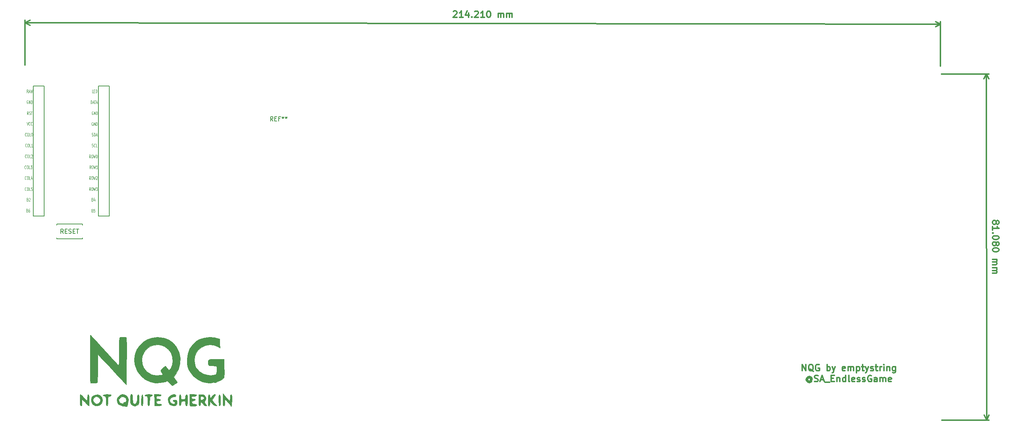
<source format=gbr>
G04 #@! TF.GenerationSoftware,KiCad,Pcbnew,(5.0.2)-1*
G04 #@! TF.CreationDate,2019-03-18T17:43:11+08:00*
G04 #@! TF.ProjectId,nqg,6e71672e-6b69-4636-9164-5f7063625858,rev?*
G04 #@! TF.SameCoordinates,Original*
G04 #@! TF.FileFunction,Legend,Top*
G04 #@! TF.FilePolarity,Positive*
%FSLAX46Y46*%
G04 Gerber Fmt 4.6, Leading zero omitted, Abs format (unit mm)*
G04 Created by KiCad (PCBNEW (5.0.2)-1) date 18/03/2019 17:43:11*
%MOMM*%
%LPD*%
G01*
G04 APERTURE LIST*
%ADD10C,0.300000*%
%ADD11C,0.150000*%
%ADD12C,0.010000*%
%ADD13C,0.125000*%
G04 APERTURE END LIST*
D10*
X367909651Y-156000449D02*
X367980957Y-155857530D01*
X368052324Y-155786040D01*
X368195119Y-155714488D01*
X368266548Y-155714427D01*
X368409466Y-155785732D01*
X368480956Y-155857099D01*
X368552508Y-155999894D01*
X368552755Y-156285608D01*
X368481450Y-156428527D01*
X368410083Y-156500017D01*
X368267288Y-156571569D01*
X368195859Y-156571631D01*
X368052940Y-156500326D01*
X367981450Y-156428959D01*
X367909898Y-156286163D01*
X367909651Y-156000449D01*
X367838100Y-155857654D01*
X367766609Y-155786287D01*
X367623691Y-155714982D01*
X367337976Y-155715228D01*
X367195181Y-155786780D01*
X367123814Y-155858270D01*
X367052509Y-156001189D01*
X367052756Y-156286903D01*
X367124307Y-156429699D01*
X367195798Y-156501066D01*
X367338716Y-156572371D01*
X367624431Y-156572124D01*
X367767226Y-156500572D01*
X367838593Y-156429082D01*
X367909898Y-156286163D01*
X367054236Y-158001188D02*
X367053496Y-157144046D01*
X367053866Y-157572617D02*
X368553865Y-157571322D01*
X368339456Y-157428650D01*
X368196476Y-157285916D01*
X368124924Y-157143121D01*
X367197648Y-158643922D02*
X367126281Y-158715412D01*
X367054791Y-158644045D01*
X367126157Y-158572555D01*
X367197648Y-158643922D01*
X367054791Y-158644045D01*
X368555653Y-159642750D02*
X368555777Y-159785607D01*
X368484472Y-159928526D01*
X368413105Y-160000016D01*
X368270309Y-160071568D01*
X367984657Y-160143243D01*
X367627514Y-160143551D01*
X367341738Y-160072370D01*
X367198819Y-160001064D01*
X367127329Y-159929697D01*
X367055777Y-159786902D01*
X367055654Y-159644045D01*
X367126959Y-159501126D01*
X367198326Y-159429636D01*
X367341121Y-159358084D01*
X367626774Y-159286409D01*
X367983917Y-159286101D01*
X368269693Y-159357282D01*
X368412611Y-159428588D01*
X368484102Y-159499954D01*
X368555653Y-159642750D01*
X367913968Y-161000447D02*
X367985273Y-160857528D01*
X368056640Y-160786038D01*
X368199436Y-160714486D01*
X368270864Y-160714425D01*
X368413783Y-160785730D01*
X368485273Y-160857097D01*
X368556825Y-160999892D01*
X368557072Y-161285606D01*
X368485767Y-161428525D01*
X368414400Y-161500015D01*
X368271604Y-161571567D01*
X368200176Y-161571629D01*
X368057257Y-161500324D01*
X367985767Y-161428957D01*
X367914215Y-161286161D01*
X367913968Y-161000447D01*
X367842416Y-160857652D01*
X367770926Y-160786285D01*
X367628007Y-160714980D01*
X367342293Y-160715226D01*
X367199498Y-160786778D01*
X367128131Y-160858269D01*
X367056826Y-161001187D01*
X367057072Y-161286901D01*
X367128624Y-161429697D01*
X367200114Y-161501064D01*
X367343033Y-161572369D01*
X367628747Y-161572122D01*
X367771543Y-161500570D01*
X367842910Y-161429080D01*
X367914215Y-161286161D01*
X368558120Y-162499892D02*
X368558243Y-162642749D01*
X368486938Y-162785668D01*
X368415571Y-162857158D01*
X368272776Y-162928710D01*
X367987123Y-163000385D01*
X367629981Y-163000693D01*
X367344205Y-162929511D01*
X367201286Y-162858206D01*
X367129796Y-162786839D01*
X367058244Y-162644044D01*
X367058121Y-162501187D01*
X367129426Y-162358268D01*
X367200793Y-162286778D01*
X367343588Y-162215226D01*
X367629241Y-162143551D01*
X367986383Y-162143242D01*
X368272159Y-162214424D01*
X368415078Y-162285729D01*
X368486568Y-162357096D01*
X368558120Y-162499892D01*
X367060094Y-164786900D02*
X368060094Y-164786037D01*
X367917237Y-164786160D02*
X367988727Y-164857527D01*
X368060279Y-165000322D01*
X368060464Y-165214608D01*
X367989158Y-165357527D01*
X367846363Y-165429079D01*
X367060649Y-165429757D01*
X367846363Y-165429079D02*
X367989282Y-165500384D01*
X368060834Y-165643179D01*
X368061019Y-165857465D01*
X367989713Y-166000384D01*
X367846918Y-166071936D01*
X367061204Y-166072614D01*
X367061821Y-166786899D02*
X368061820Y-166786036D01*
X367918963Y-166786159D02*
X367990453Y-166857526D01*
X368062005Y-167000322D01*
X368062190Y-167214607D01*
X367990885Y-167357526D01*
X367848090Y-167429078D01*
X367062376Y-167429756D01*
X367848090Y-167429078D02*
X367991008Y-167500383D01*
X368062560Y-167643179D01*
X368062745Y-167857464D01*
X367991440Y-168000383D01*
X367848645Y-168071935D01*
X367062931Y-168072613D01*
X365601200Y-121390986D02*
X365671200Y-202470986D01*
X355160000Y-121400000D02*
X366187621Y-121390479D01*
X355230000Y-202480000D02*
X366257621Y-202470479D01*
X365671200Y-202470986D02*
X365083807Y-201344989D01*
X365671200Y-202470986D02*
X366256648Y-201343976D01*
X365601200Y-121390986D02*
X365015752Y-122517996D01*
X365601200Y-121390986D02*
X366188593Y-122516983D01*
X240884121Y-106751691D02*
X240955650Y-106680363D01*
X241098607Y-106609134D01*
X241455749Y-106609635D01*
X241598506Y-106681263D01*
X241669835Y-106752792D01*
X241741063Y-106895749D01*
X241740863Y-107038606D01*
X241669134Y-107252791D01*
X240810792Y-108108733D01*
X241739363Y-108110033D01*
X243167933Y-108112034D02*
X242310791Y-108110834D01*
X242739362Y-108111434D02*
X242741462Y-106611435D01*
X242598305Y-106825521D01*
X242455248Y-106968178D01*
X242312291Y-107039406D01*
X244455046Y-107113836D02*
X244453646Y-108113835D01*
X244098704Y-106541907D02*
X243740061Y-107612835D01*
X244668631Y-107614135D01*
X245239559Y-107972078D02*
X245310888Y-108043607D01*
X245239359Y-108114935D01*
X245168031Y-108043406D01*
X245239559Y-107972078D01*
X245239359Y-108114935D01*
X245884116Y-106758694D02*
X245955645Y-106687365D01*
X246098602Y-106616137D01*
X246455744Y-106616637D01*
X246598501Y-106688266D01*
X246669830Y-106759794D01*
X246741058Y-106902751D01*
X246740858Y-107045608D01*
X246669130Y-107259794D01*
X245810787Y-108115735D01*
X246739358Y-108117036D01*
X248167928Y-108119036D02*
X247310786Y-108117836D01*
X247739357Y-108118436D02*
X247741457Y-106618438D01*
X247598300Y-106832523D01*
X247455243Y-106975180D01*
X247312286Y-107046408D01*
X249098599Y-106620338D02*
X249241456Y-106620538D01*
X249384213Y-106692167D01*
X249455541Y-106763696D01*
X249526770Y-106906653D01*
X249597798Y-107192467D01*
X249597298Y-107549609D01*
X249525469Y-107835223D01*
X249453841Y-107977980D01*
X249382312Y-108049309D01*
X249239355Y-108120537D01*
X249096498Y-108120337D01*
X248953741Y-108048708D01*
X248882413Y-107977180D01*
X248811184Y-107834223D01*
X248740156Y-107548409D01*
X248740656Y-107191266D01*
X248812485Y-106905652D01*
X248884113Y-106762895D01*
X248955642Y-106691567D01*
X249098599Y-106620338D01*
X251382210Y-108123538D02*
X251383611Y-107123539D01*
X251383411Y-107266396D02*
X251454939Y-107195068D01*
X251597896Y-107123839D01*
X251812182Y-107124139D01*
X251954939Y-107195768D01*
X252026167Y-107338725D01*
X252025067Y-108124438D01*
X252026167Y-107338725D02*
X252097796Y-107195968D01*
X252240753Y-107124739D01*
X252455038Y-107125040D01*
X252597795Y-107196668D01*
X252669024Y-107339625D01*
X252667923Y-108125339D01*
X253382208Y-108126339D02*
X253383609Y-107126340D01*
X253383409Y-107269197D02*
X253454937Y-107197869D01*
X253597894Y-107126640D01*
X253812180Y-107126940D01*
X253954937Y-107198569D01*
X254026165Y-107341526D01*
X254025065Y-108127239D01*
X254026165Y-107341526D02*
X254097794Y-107198769D01*
X254240751Y-107127540D01*
X254455036Y-107127841D01*
X254597793Y-107199469D01*
X254669022Y-107342426D01*
X254667921Y-108128140D01*
X140703795Y-109389964D02*
X354913795Y-109689964D01*
X140690000Y-119240000D02*
X140704616Y-108803543D01*
X354900000Y-119540000D02*
X354914616Y-109103543D01*
X354913795Y-109689964D02*
X353786471Y-110274807D01*
X354913795Y-109689964D02*
X353788114Y-109101966D01*
X140703795Y-109389964D02*
X141829476Y-109977962D01*
X140703795Y-109389964D02*
X141831119Y-108805121D01*
X322557142Y-190928571D02*
X322557142Y-189428571D01*
X323414285Y-190928571D01*
X323414285Y-189428571D01*
X325128571Y-191071428D02*
X324985714Y-191000000D01*
X324842857Y-190857142D01*
X324628571Y-190642857D01*
X324485714Y-190571428D01*
X324342857Y-190571428D01*
X324414285Y-190928571D02*
X324271428Y-190857142D01*
X324128571Y-190714285D01*
X324057142Y-190428571D01*
X324057142Y-189928571D01*
X324128571Y-189642857D01*
X324271428Y-189500000D01*
X324414285Y-189428571D01*
X324700000Y-189428571D01*
X324842857Y-189500000D01*
X324985714Y-189642857D01*
X325057142Y-189928571D01*
X325057142Y-190428571D01*
X324985714Y-190714285D01*
X324842857Y-190857142D01*
X324700000Y-190928571D01*
X324414285Y-190928571D01*
X326485714Y-189500000D02*
X326342857Y-189428571D01*
X326128571Y-189428571D01*
X325914285Y-189500000D01*
X325771428Y-189642857D01*
X325700000Y-189785714D01*
X325628571Y-190071428D01*
X325628571Y-190285714D01*
X325700000Y-190571428D01*
X325771428Y-190714285D01*
X325914285Y-190857142D01*
X326128571Y-190928571D01*
X326271428Y-190928571D01*
X326485714Y-190857142D01*
X326557142Y-190785714D01*
X326557142Y-190285714D01*
X326271428Y-190285714D01*
X328342857Y-190928571D02*
X328342857Y-189428571D01*
X328342857Y-190000000D02*
X328485714Y-189928571D01*
X328771428Y-189928571D01*
X328914285Y-190000000D01*
X328985714Y-190071428D01*
X329057142Y-190214285D01*
X329057142Y-190642857D01*
X328985714Y-190785714D01*
X328914285Y-190857142D01*
X328771428Y-190928571D01*
X328485714Y-190928571D01*
X328342857Y-190857142D01*
X329557142Y-189928571D02*
X329914285Y-190928571D01*
X330271428Y-189928571D02*
X329914285Y-190928571D01*
X329771428Y-191285714D01*
X329700000Y-191357142D01*
X329557142Y-191428571D01*
X332557142Y-190857142D02*
X332414285Y-190928571D01*
X332128571Y-190928571D01*
X331985714Y-190857142D01*
X331914285Y-190714285D01*
X331914285Y-190142857D01*
X331985714Y-190000000D01*
X332128571Y-189928571D01*
X332414285Y-189928571D01*
X332557142Y-190000000D01*
X332628571Y-190142857D01*
X332628571Y-190285714D01*
X331914285Y-190428571D01*
X333271428Y-190928571D02*
X333271428Y-189928571D01*
X333271428Y-190071428D02*
X333342857Y-190000000D01*
X333485714Y-189928571D01*
X333700000Y-189928571D01*
X333842857Y-190000000D01*
X333914285Y-190142857D01*
X333914285Y-190928571D01*
X333914285Y-190142857D02*
X333985714Y-190000000D01*
X334128571Y-189928571D01*
X334342857Y-189928571D01*
X334485714Y-190000000D01*
X334557142Y-190142857D01*
X334557142Y-190928571D01*
X335271428Y-189928571D02*
X335271428Y-191428571D01*
X335271428Y-190000000D02*
X335414285Y-189928571D01*
X335700000Y-189928571D01*
X335842857Y-190000000D01*
X335914285Y-190071428D01*
X335985714Y-190214285D01*
X335985714Y-190642857D01*
X335914285Y-190785714D01*
X335842857Y-190857142D01*
X335700000Y-190928571D01*
X335414285Y-190928571D01*
X335271428Y-190857142D01*
X336414285Y-189928571D02*
X336985714Y-189928571D01*
X336628571Y-189428571D02*
X336628571Y-190714285D01*
X336700000Y-190857142D01*
X336842857Y-190928571D01*
X336985714Y-190928571D01*
X337342857Y-189928571D02*
X337700000Y-190928571D01*
X338057142Y-189928571D02*
X337700000Y-190928571D01*
X337557142Y-191285714D01*
X337485714Y-191357142D01*
X337342857Y-191428571D01*
X338557142Y-190857142D02*
X338700000Y-190928571D01*
X338985714Y-190928571D01*
X339128571Y-190857142D01*
X339200000Y-190714285D01*
X339200000Y-190642857D01*
X339128571Y-190500000D01*
X338985714Y-190428571D01*
X338771428Y-190428571D01*
X338628571Y-190357142D01*
X338557142Y-190214285D01*
X338557142Y-190142857D01*
X338628571Y-190000000D01*
X338771428Y-189928571D01*
X338985714Y-189928571D01*
X339128571Y-190000000D01*
X339628571Y-189928571D02*
X340200000Y-189928571D01*
X339842857Y-189428571D02*
X339842857Y-190714285D01*
X339914285Y-190857142D01*
X340057142Y-190928571D01*
X340200000Y-190928571D01*
X340700000Y-190928571D02*
X340700000Y-189928571D01*
X340700000Y-190214285D02*
X340771428Y-190071428D01*
X340842857Y-190000000D01*
X340985714Y-189928571D01*
X341128571Y-189928571D01*
X341628571Y-190928571D02*
X341628571Y-189928571D01*
X341628571Y-189428571D02*
X341557142Y-189500000D01*
X341628571Y-189571428D01*
X341700000Y-189500000D01*
X341628571Y-189428571D01*
X341628571Y-189571428D01*
X342342857Y-189928571D02*
X342342857Y-190928571D01*
X342342857Y-190071428D02*
X342414285Y-190000000D01*
X342557142Y-189928571D01*
X342771428Y-189928571D01*
X342914285Y-190000000D01*
X342985714Y-190142857D01*
X342985714Y-190928571D01*
X344342857Y-189928571D02*
X344342857Y-191142857D01*
X344271428Y-191285714D01*
X344200000Y-191357142D01*
X344057142Y-191428571D01*
X343842857Y-191428571D01*
X343700000Y-191357142D01*
X344342857Y-190857142D02*
X344200000Y-190928571D01*
X343914285Y-190928571D01*
X343771428Y-190857142D01*
X343700000Y-190785714D01*
X343628571Y-190642857D01*
X343628571Y-190214285D01*
X343700000Y-190071428D01*
X343771428Y-190000000D01*
X343914285Y-189928571D01*
X344200000Y-189928571D01*
X344342857Y-190000000D01*
X324485714Y-192764285D02*
X324414285Y-192692857D01*
X324271428Y-192621428D01*
X324128571Y-192621428D01*
X323985714Y-192692857D01*
X323914285Y-192764285D01*
X323842857Y-192907142D01*
X323842857Y-193050000D01*
X323914285Y-193192857D01*
X323985714Y-193264285D01*
X324128571Y-193335714D01*
X324271428Y-193335714D01*
X324414285Y-193264285D01*
X324485714Y-193192857D01*
X324485714Y-192621428D02*
X324485714Y-193192857D01*
X324557142Y-193264285D01*
X324628571Y-193264285D01*
X324771428Y-193192857D01*
X324842857Y-193050000D01*
X324842857Y-192692857D01*
X324700000Y-192478571D01*
X324485714Y-192335714D01*
X324200000Y-192264285D01*
X323914285Y-192335714D01*
X323700000Y-192478571D01*
X323557142Y-192692857D01*
X323485714Y-192978571D01*
X323557142Y-193264285D01*
X323700000Y-193478571D01*
X323914285Y-193621428D01*
X324200000Y-193692857D01*
X324485714Y-193621428D01*
X324700000Y-193478571D01*
X325414285Y-193407142D02*
X325628571Y-193478571D01*
X325985714Y-193478571D01*
X326128571Y-193407142D01*
X326200000Y-193335714D01*
X326271428Y-193192857D01*
X326271428Y-193050000D01*
X326200000Y-192907142D01*
X326128571Y-192835714D01*
X325985714Y-192764285D01*
X325700000Y-192692857D01*
X325557142Y-192621428D01*
X325485714Y-192550000D01*
X325414285Y-192407142D01*
X325414285Y-192264285D01*
X325485714Y-192121428D01*
X325557142Y-192050000D01*
X325700000Y-191978571D01*
X326057142Y-191978571D01*
X326271428Y-192050000D01*
X326842857Y-193050000D02*
X327557142Y-193050000D01*
X326700000Y-193478571D02*
X327200000Y-191978571D01*
X327700000Y-193478571D01*
X327842857Y-193621428D02*
X328985714Y-193621428D01*
X329342857Y-192692857D02*
X329842857Y-192692857D01*
X330057142Y-193478571D02*
X329342857Y-193478571D01*
X329342857Y-191978571D01*
X330057142Y-191978571D01*
X330700000Y-192478571D02*
X330700000Y-193478571D01*
X330700000Y-192621428D02*
X330771428Y-192550000D01*
X330914285Y-192478571D01*
X331128571Y-192478571D01*
X331271428Y-192550000D01*
X331342857Y-192692857D01*
X331342857Y-193478571D01*
X332700000Y-193478571D02*
X332700000Y-191978571D01*
X332700000Y-193407142D02*
X332557142Y-193478571D01*
X332271428Y-193478571D01*
X332128571Y-193407142D01*
X332057142Y-193335714D01*
X331985714Y-193192857D01*
X331985714Y-192764285D01*
X332057142Y-192621428D01*
X332128571Y-192550000D01*
X332271428Y-192478571D01*
X332557142Y-192478571D01*
X332700000Y-192550000D01*
X333628571Y-193478571D02*
X333485714Y-193407142D01*
X333414285Y-193264285D01*
X333414285Y-191978571D01*
X334771428Y-193407142D02*
X334628571Y-193478571D01*
X334342857Y-193478571D01*
X334200000Y-193407142D01*
X334128571Y-193264285D01*
X334128571Y-192692857D01*
X334200000Y-192550000D01*
X334342857Y-192478571D01*
X334628571Y-192478571D01*
X334771428Y-192550000D01*
X334842857Y-192692857D01*
X334842857Y-192835714D01*
X334128571Y-192978571D01*
X335414285Y-193407142D02*
X335557142Y-193478571D01*
X335842857Y-193478571D01*
X335985714Y-193407142D01*
X336057142Y-193264285D01*
X336057142Y-193192857D01*
X335985714Y-193050000D01*
X335842857Y-192978571D01*
X335628571Y-192978571D01*
X335485714Y-192907142D01*
X335414285Y-192764285D01*
X335414285Y-192692857D01*
X335485714Y-192550000D01*
X335628571Y-192478571D01*
X335842857Y-192478571D01*
X335985714Y-192550000D01*
X336628571Y-193407142D02*
X336771428Y-193478571D01*
X337057142Y-193478571D01*
X337200000Y-193407142D01*
X337271428Y-193264285D01*
X337271428Y-193192857D01*
X337200000Y-193050000D01*
X337057142Y-192978571D01*
X336842857Y-192978571D01*
X336700000Y-192907142D01*
X336628571Y-192764285D01*
X336628571Y-192692857D01*
X336700000Y-192550000D01*
X336842857Y-192478571D01*
X337057142Y-192478571D01*
X337200000Y-192550000D01*
X338700000Y-192050000D02*
X338557142Y-191978571D01*
X338342857Y-191978571D01*
X338128571Y-192050000D01*
X337985714Y-192192857D01*
X337914285Y-192335714D01*
X337842857Y-192621428D01*
X337842857Y-192835714D01*
X337914285Y-193121428D01*
X337985714Y-193264285D01*
X338128571Y-193407142D01*
X338342857Y-193478571D01*
X338485714Y-193478571D01*
X338700000Y-193407142D01*
X338771428Y-193335714D01*
X338771428Y-192835714D01*
X338485714Y-192835714D01*
X340057142Y-193478571D02*
X340057142Y-192692857D01*
X339985714Y-192550000D01*
X339842857Y-192478571D01*
X339557142Y-192478571D01*
X339414285Y-192550000D01*
X340057142Y-193407142D02*
X339914285Y-193478571D01*
X339557142Y-193478571D01*
X339414285Y-193407142D01*
X339342857Y-193264285D01*
X339342857Y-193121428D01*
X339414285Y-192978571D01*
X339557142Y-192907142D01*
X339914285Y-192907142D01*
X340057142Y-192835714D01*
X340771428Y-193478571D02*
X340771428Y-192478571D01*
X340771428Y-192621428D02*
X340842857Y-192550000D01*
X340985714Y-192478571D01*
X341200000Y-192478571D01*
X341342857Y-192550000D01*
X341414285Y-192692857D01*
X341414285Y-193478571D01*
X341414285Y-192692857D02*
X341485714Y-192550000D01*
X341628571Y-192478571D01*
X341842857Y-192478571D01*
X341985714Y-192550000D01*
X342057142Y-192692857D01*
X342057142Y-193478571D01*
X343342857Y-193407142D02*
X343200000Y-193478571D01*
X342914285Y-193478571D01*
X342771428Y-193407142D01*
X342700000Y-193264285D01*
X342700000Y-192692857D01*
X342771428Y-192550000D01*
X342914285Y-192478571D01*
X343200000Y-192478571D01*
X343342857Y-192550000D01*
X343414285Y-192692857D01*
X343414285Y-192835714D01*
X342700000Y-192978571D01*
D11*
G04 #@! TO.C,SW40*
X148100000Y-160025000D02*
X154100000Y-160025000D01*
X154100000Y-160025000D02*
X154100000Y-159775000D01*
X148100000Y-160025000D02*
X148100000Y-159775000D01*
X148100000Y-156525000D02*
X148100000Y-156775000D01*
X148100000Y-156525000D02*
X154100000Y-156525000D01*
X154100000Y-156525000D02*
X154100000Y-156775000D01*
G04 #@! TO.C,U1*
X157836400Y-154632000D02*
X157836400Y-124152000D01*
X160376400Y-154632000D02*
X157836400Y-154632000D01*
X160376400Y-124152000D02*
X160376400Y-154632000D01*
X157836400Y-124152000D02*
X160376400Y-124152000D01*
X142616400Y-154632000D02*
X142616400Y-124152000D01*
X145156400Y-154632000D02*
X142616400Y-154632000D01*
X145156400Y-124152000D02*
X145156400Y-154632000D01*
X142616400Y-124152000D02*
X145156400Y-124152000D01*
D12*
G04 #@! TO.C,G\002A\002A\002A*
G36*
X185064930Y-183139782D02*
X185533666Y-183262951D01*
X186211000Y-183484784D01*
X186247379Y-184533501D01*
X186283758Y-185582219D01*
X185715596Y-185246995D01*
X184776389Y-184868042D01*
X183807919Y-184780763D01*
X182862438Y-184953812D01*
X181992197Y-185355847D01*
X181249448Y-185955523D01*
X180686440Y-186721497D01*
X180355427Y-187622425D01*
X180297208Y-188497302D01*
X180354472Y-189150758D01*
X180437723Y-189588803D01*
X180579625Y-189934626D01*
X180755122Y-190224308D01*
X181507407Y-191100729D01*
X182415569Y-191677517D01*
X183470836Y-191950122D01*
X184117511Y-191968454D01*
X184693462Y-191911170D01*
X185150330Y-191809115D01*
X185330944Y-191724377D01*
X185468056Y-191463661D01*
X185550648Y-191029495D01*
X185575519Y-190537258D01*
X185539465Y-190102331D01*
X185439284Y-189840094D01*
X185384088Y-189809769D01*
X185095905Y-189783533D01*
X184647648Y-189752137D01*
X184602333Y-189749333D01*
X184121327Y-189717690D01*
X183761158Y-189690206D01*
X183746689Y-189688897D01*
X183564238Y-189561145D01*
X183494605Y-189183846D01*
X183492689Y-188995091D01*
X183510909Y-188658737D01*
X183591232Y-188430047D01*
X183788113Y-188289497D01*
X184156003Y-188217566D01*
X184749356Y-188194731D01*
X185622623Y-188201469D01*
X185703000Y-188202653D01*
X187227000Y-188225333D01*
X187276142Y-190172667D01*
X187288374Y-190984055D01*
X187284020Y-191697552D01*
X187264520Y-192229065D01*
X187236714Y-192476571D01*
X186995530Y-192794416D01*
X186423106Y-193150233D01*
X186116312Y-193296201D01*
X185582734Y-193517843D01*
X185179555Y-193652103D01*
X184995329Y-193670107D01*
X184784104Y-193646298D01*
X184542588Y-193701058D01*
X184119527Y-193771387D01*
X183601128Y-193775012D01*
X183586333Y-193773877D01*
X182259909Y-193511143D01*
X181063041Y-192962723D01*
X180043500Y-192159116D01*
X179249060Y-191130822D01*
X179139193Y-190934667D01*
X178871516Y-190378861D01*
X178707415Y-189864920D01*
X178623830Y-189277489D01*
X178597703Y-188501217D01*
X178597576Y-188225333D01*
X178760337Y-186931953D01*
X179218203Y-185749288D01*
X179941069Y-184725499D01*
X180898834Y-183908744D01*
X181508627Y-183568133D01*
X182654496Y-183183639D01*
X183880472Y-183037782D01*
X185064930Y-183139782D01*
X185064930Y-183139782D01*
G37*
X185064930Y-183139782D02*
X185533666Y-183262951D01*
X186211000Y-183484784D01*
X186247379Y-184533501D01*
X186283758Y-185582219D01*
X185715596Y-185246995D01*
X184776389Y-184868042D01*
X183807919Y-184780763D01*
X182862438Y-184953812D01*
X181992197Y-185355847D01*
X181249448Y-185955523D01*
X180686440Y-186721497D01*
X180355427Y-187622425D01*
X180297208Y-188497302D01*
X180354472Y-189150758D01*
X180437723Y-189588803D01*
X180579625Y-189934626D01*
X180755122Y-190224308D01*
X181507407Y-191100729D01*
X182415569Y-191677517D01*
X183470836Y-191950122D01*
X184117511Y-191968454D01*
X184693462Y-191911170D01*
X185150330Y-191809115D01*
X185330944Y-191724377D01*
X185468056Y-191463661D01*
X185550648Y-191029495D01*
X185575519Y-190537258D01*
X185539465Y-190102331D01*
X185439284Y-189840094D01*
X185384088Y-189809769D01*
X185095905Y-189783533D01*
X184647648Y-189752137D01*
X184602333Y-189749333D01*
X184121327Y-189717690D01*
X183761158Y-189690206D01*
X183746689Y-189688897D01*
X183564238Y-189561145D01*
X183494605Y-189183846D01*
X183492689Y-188995091D01*
X183510909Y-188658737D01*
X183591232Y-188430047D01*
X183788113Y-188289497D01*
X184156003Y-188217566D01*
X184749356Y-188194731D01*
X185622623Y-188201469D01*
X185703000Y-188202653D01*
X187227000Y-188225333D01*
X187276142Y-190172667D01*
X187288374Y-190984055D01*
X187284020Y-191697552D01*
X187264520Y-192229065D01*
X187236714Y-192476571D01*
X186995530Y-192794416D01*
X186423106Y-193150233D01*
X186116312Y-193296201D01*
X185582734Y-193517843D01*
X185179555Y-193652103D01*
X184995329Y-193670107D01*
X184784104Y-193646298D01*
X184542588Y-193701058D01*
X184119527Y-193771387D01*
X183601128Y-193775012D01*
X183586333Y-193773877D01*
X182259909Y-193511143D01*
X181063041Y-192962723D01*
X180043500Y-192159116D01*
X179249060Y-191130822D01*
X179139193Y-190934667D01*
X178871516Y-190378861D01*
X178707415Y-189864920D01*
X178623830Y-189277489D01*
X178597703Y-188501217D01*
X178597576Y-188225333D01*
X178760337Y-186931953D01*
X179218203Y-185749288D01*
X179941069Y-184725499D01*
X180898834Y-183908744D01*
X181508627Y-183568133D01*
X182654496Y-183183639D01*
X183880472Y-183037782D01*
X185064930Y-183139782D01*
G36*
X155988369Y-182560971D02*
X156046482Y-182606648D01*
X156163240Y-182720907D01*
X156368150Y-182934942D01*
X156690720Y-183279946D01*
X157160455Y-183787115D01*
X157806864Y-184487643D01*
X158459657Y-185195911D01*
X159540952Y-186370317D01*
X160412146Y-187318936D01*
X161093626Y-188064115D01*
X161605778Y-188628202D01*
X161968988Y-189033545D01*
X162171057Y-189264399D01*
X162438284Y-189544331D01*
X162605844Y-189664581D01*
X162607842Y-189664667D01*
X162636392Y-189504189D01*
X162659529Y-189058132D01*
X162675951Y-188379557D01*
X162684355Y-187521525D01*
X162683652Y-186574333D01*
X162684410Y-185571085D01*
X162696862Y-184674700D01*
X162719244Y-183944342D01*
X162749794Y-183439179D01*
X162783492Y-183224413D01*
X163001472Y-183046282D01*
X163469674Y-182998961D01*
X163611343Y-183004577D01*
X164066263Y-183043682D01*
X164352088Y-183093925D01*
X164389399Y-183111288D01*
X164404208Y-183290557D01*
X164415199Y-183768153D01*
X164422208Y-184503754D01*
X164425077Y-185457040D01*
X164423645Y-186587690D01*
X164417750Y-187855383D01*
X164411680Y-188705438D01*
X164367000Y-194232626D01*
X163155232Y-192922313D01*
X162504649Y-192217153D01*
X161803405Y-191454425D01*
X161168110Y-190761045D01*
X160953899Y-190526407D01*
X160356646Y-189876980D01*
X159654743Y-189122312D01*
X158977876Y-188401671D01*
X158825168Y-188240407D01*
X157686003Y-187040000D01*
X157662635Y-190172667D01*
X157654015Y-191182043D01*
X157644254Y-192083940D01*
X157634151Y-192819874D01*
X157624504Y-193331359D01*
X157616467Y-193556345D01*
X157499486Y-193719149D01*
X157147082Y-193782654D01*
X156831666Y-193781712D01*
X156355071Y-193763466D01*
X156040238Y-193747303D01*
X155985000Y-193742376D01*
X155966015Y-193578059D01*
X155949214Y-193123657D01*
X155934707Y-192427272D01*
X155922604Y-191537008D01*
X155913014Y-190500967D01*
X155906048Y-189367250D01*
X155901816Y-188183961D01*
X155900428Y-186999203D01*
X155901994Y-185861077D01*
X155906625Y-184817686D01*
X155914429Y-183917133D01*
X155925518Y-183207520D01*
X155940001Y-182736949D01*
X155957988Y-182553524D01*
X155959395Y-182552681D01*
X155988369Y-182560971D01*
X155988369Y-182560971D01*
G37*
X155988369Y-182560971D02*
X156046482Y-182606648D01*
X156163240Y-182720907D01*
X156368150Y-182934942D01*
X156690720Y-183279946D01*
X157160455Y-183787115D01*
X157806864Y-184487643D01*
X158459657Y-185195911D01*
X159540952Y-186370317D01*
X160412146Y-187318936D01*
X161093626Y-188064115D01*
X161605778Y-188628202D01*
X161968988Y-189033545D01*
X162171057Y-189264399D01*
X162438284Y-189544331D01*
X162605844Y-189664581D01*
X162607842Y-189664667D01*
X162636392Y-189504189D01*
X162659529Y-189058132D01*
X162675951Y-188379557D01*
X162684355Y-187521525D01*
X162683652Y-186574333D01*
X162684410Y-185571085D01*
X162696862Y-184674700D01*
X162719244Y-183944342D01*
X162749794Y-183439179D01*
X162783492Y-183224413D01*
X163001472Y-183046282D01*
X163469674Y-182998961D01*
X163611343Y-183004577D01*
X164066263Y-183043682D01*
X164352088Y-183093925D01*
X164389399Y-183111288D01*
X164404208Y-183290557D01*
X164415199Y-183768153D01*
X164422208Y-184503754D01*
X164425077Y-185457040D01*
X164423645Y-186587690D01*
X164417750Y-187855383D01*
X164411680Y-188705438D01*
X164367000Y-194232626D01*
X163155232Y-192922313D01*
X162504649Y-192217153D01*
X161803405Y-191454425D01*
X161168110Y-190761045D01*
X160953899Y-190526407D01*
X160356646Y-189876980D01*
X159654743Y-189122312D01*
X158977876Y-188401671D01*
X158825168Y-188240407D01*
X157686003Y-187040000D01*
X157662635Y-190172667D01*
X157654015Y-191182043D01*
X157644254Y-192083940D01*
X157634151Y-192819874D01*
X157624504Y-193331359D01*
X157616467Y-193556345D01*
X157499486Y-193719149D01*
X157147082Y-193782654D01*
X156831666Y-193781712D01*
X156355071Y-193763466D01*
X156040238Y-193747303D01*
X155985000Y-193742376D01*
X155966015Y-193578059D01*
X155949214Y-193123657D01*
X155934707Y-192427272D01*
X155922604Y-191537008D01*
X155913014Y-190500967D01*
X155906048Y-189367250D01*
X155901816Y-188183961D01*
X155900428Y-186999203D01*
X155901994Y-185861077D01*
X155906625Y-184817686D01*
X155914429Y-183917133D01*
X155925518Y-183207520D01*
X155940001Y-182736949D01*
X155957988Y-182553524D01*
X155959395Y-182552681D01*
X155988369Y-182560971D01*
G36*
X172965995Y-183192954D02*
X173087666Y-183224796D01*
X174244857Y-183656129D01*
X175170851Y-184278930D01*
X175945839Y-185151503D01*
X176147170Y-185449260D01*
X176743897Y-186668519D01*
X177009843Y-187936410D01*
X176945704Y-189232164D01*
X176552179Y-190535014D01*
X175938319Y-191664313D01*
X175456321Y-192393959D01*
X175904274Y-192981255D01*
X176161489Y-193346107D01*
X176286802Y-193580066D01*
X176286280Y-193617100D01*
X176120186Y-193742021D01*
X175797036Y-193986426D01*
X175731830Y-194035825D01*
X175377996Y-194280854D01*
X175141981Y-194402932D01*
X175122381Y-194406000D01*
X174952356Y-194286701D01*
X174656838Y-193983557D01*
X174481886Y-193780978D01*
X174130807Y-193405028D01*
X173891405Y-193282025D01*
X173736669Y-193341798D01*
X173398796Y-193493575D01*
X172835979Y-193627616D01*
X172161938Y-193725192D01*
X171490393Y-193767574D01*
X171185717Y-193761915D01*
X170010854Y-193533317D01*
X168894235Y-193011464D01*
X167899655Y-192241723D01*
X167090908Y-191269461D01*
X166707206Y-190577043D01*
X166312301Y-189352078D01*
X166240485Y-188355134D01*
X167985667Y-188355134D01*
X168085063Y-189308932D01*
X168464664Y-190233358D01*
X168833607Y-190748623D01*
X169139815Y-191031815D01*
X169598817Y-191378258D01*
X169827436Y-191531575D01*
X170308334Y-191799727D01*
X170769406Y-191934969D01*
X171361340Y-191974011D01*
X171633770Y-191971618D01*
X172215275Y-191942426D01*
X172655970Y-191887022D01*
X172846851Y-191824705D01*
X172844422Y-191621744D01*
X172691517Y-191388038D01*
X172447700Y-190997465D01*
X172503020Y-190646992D01*
X172870775Y-190279124D01*
X172963592Y-190211935D01*
X173511000Y-189827869D01*
X173934333Y-190339783D01*
X174357666Y-190851696D01*
X174753844Y-190267886D01*
X175096558Y-189492968D01*
X175233029Y-188700705D01*
X175165176Y-187639289D01*
X174805184Y-186677969D01*
X174195723Y-185865856D01*
X173379461Y-185252060D01*
X172399067Y-184885693D01*
X171852816Y-184810140D01*
X170803779Y-184892192D01*
X169882717Y-185244295D01*
X169115004Y-185816544D01*
X168526010Y-186559036D01*
X168141107Y-187421867D01*
X167985667Y-188355134D01*
X166240485Y-188355134D01*
X166225132Y-188142019D01*
X166415365Y-186981823D01*
X166852662Y-185906447D01*
X167506688Y-184950847D01*
X168347107Y-184149979D01*
X169343583Y-183538800D01*
X170465781Y-183152265D01*
X171683363Y-183025331D01*
X172965995Y-183192954D01*
X172965995Y-183192954D01*
G37*
X172965995Y-183192954D02*
X173087666Y-183224796D01*
X174244857Y-183656129D01*
X175170851Y-184278930D01*
X175945839Y-185151503D01*
X176147170Y-185449260D01*
X176743897Y-186668519D01*
X177009843Y-187936410D01*
X176945704Y-189232164D01*
X176552179Y-190535014D01*
X175938319Y-191664313D01*
X175456321Y-192393959D01*
X175904274Y-192981255D01*
X176161489Y-193346107D01*
X176286802Y-193580066D01*
X176286280Y-193617100D01*
X176120186Y-193742021D01*
X175797036Y-193986426D01*
X175731830Y-194035825D01*
X175377996Y-194280854D01*
X175141981Y-194402932D01*
X175122381Y-194406000D01*
X174952356Y-194286701D01*
X174656838Y-193983557D01*
X174481886Y-193780978D01*
X174130807Y-193405028D01*
X173891405Y-193282025D01*
X173736669Y-193341798D01*
X173398796Y-193493575D01*
X172835979Y-193627616D01*
X172161938Y-193725192D01*
X171490393Y-193767574D01*
X171185717Y-193761915D01*
X170010854Y-193533317D01*
X168894235Y-193011464D01*
X167899655Y-192241723D01*
X167090908Y-191269461D01*
X166707206Y-190577043D01*
X166312301Y-189352078D01*
X166240485Y-188355134D01*
X167985667Y-188355134D01*
X168085063Y-189308932D01*
X168464664Y-190233358D01*
X168833607Y-190748623D01*
X169139815Y-191031815D01*
X169598817Y-191378258D01*
X169827436Y-191531575D01*
X170308334Y-191799727D01*
X170769406Y-191934969D01*
X171361340Y-191974011D01*
X171633770Y-191971618D01*
X172215275Y-191942426D01*
X172655970Y-191887022D01*
X172846851Y-191824705D01*
X172844422Y-191621744D01*
X172691517Y-191388038D01*
X172447700Y-190997465D01*
X172503020Y-190646992D01*
X172870775Y-190279124D01*
X172963592Y-190211935D01*
X173511000Y-189827869D01*
X173934333Y-190339783D01*
X174357666Y-190851696D01*
X174753844Y-190267886D01*
X175096558Y-189492968D01*
X175233029Y-188700705D01*
X175165176Y-187639289D01*
X174805184Y-186677969D01*
X174195723Y-185865856D01*
X173379461Y-185252060D01*
X172399067Y-184885693D01*
X171852816Y-184810140D01*
X170803779Y-184892192D01*
X169882717Y-185244295D01*
X169115004Y-185816544D01*
X168526010Y-186559036D01*
X168141107Y-187421867D01*
X167985667Y-188355134D01*
X166240485Y-188355134D01*
X166225132Y-188142019D01*
X166415365Y-186981823D01*
X166852662Y-185906447D01*
X167506688Y-184950847D01*
X168347107Y-184149979D01*
X169343583Y-183538800D01*
X170465781Y-183152265D01*
X171683363Y-183025331D01*
X172965995Y-183192954D01*
G36*
X186285466Y-196670646D02*
X186361387Y-197085430D01*
X186399932Y-197628688D01*
X186400289Y-198203008D01*
X186361647Y-198710977D01*
X186283194Y-199055183D01*
X186195195Y-199147333D01*
X186079129Y-199028950D01*
X186008186Y-198650694D01*
X185976774Y-197977903D01*
X185974567Y-197779994D01*
X185984817Y-197063296D01*
X186031125Y-196643947D01*
X186119605Y-196481959D01*
X186172982Y-196481748D01*
X186285466Y-196670646D01*
X186285466Y-196670646D01*
G37*
X186285466Y-196670646D02*
X186361387Y-197085430D01*
X186399932Y-197628688D01*
X186400289Y-198203008D01*
X186361647Y-198710977D01*
X186283194Y-199055183D01*
X186195195Y-199147333D01*
X186079129Y-199028950D01*
X186008186Y-198650694D01*
X185976774Y-197977903D01*
X185974567Y-197779994D01*
X185984817Y-197063296D01*
X186031125Y-196643947D01*
X186119605Y-196481959D01*
X186172982Y-196481748D01*
X186285466Y-196670646D01*
G36*
X185231313Y-196472859D02*
X185239946Y-196615988D01*
X185049515Y-196925218D01*
X184850989Y-197191955D01*
X184422311Y-197753980D01*
X184890597Y-198323657D01*
X185218923Y-198704584D01*
X185476735Y-198971936D01*
X185530941Y-199017740D01*
X185530483Y-199113288D01*
X185330582Y-199144740D01*
X184989500Y-199027941D01*
X184580388Y-198731996D01*
X184442366Y-198597000D01*
X183926567Y-198046667D01*
X183925783Y-198597000D01*
X183868433Y-198979962D01*
X183733704Y-199159208D01*
X183575593Y-199074588D01*
X183545738Y-199020333D01*
X183489459Y-198722854D01*
X183476284Y-198236137D01*
X183499119Y-197664399D01*
X183550869Y-197111858D01*
X183624439Y-196682733D01*
X183712734Y-196481241D01*
X183718783Y-196478516D01*
X183878504Y-196564282D01*
X183925000Y-196847222D01*
X183961977Y-197194208D01*
X184093702Y-197244628D01*
X184351364Y-196999300D01*
X184463253Y-196861333D01*
X184767754Y-196563592D01*
X185035805Y-196438016D01*
X185037956Y-196438000D01*
X185231313Y-196472859D01*
X185231313Y-196472859D01*
G37*
X185231313Y-196472859D02*
X185239946Y-196615988D01*
X185049515Y-196925218D01*
X184850989Y-197191955D01*
X184422311Y-197753980D01*
X184890597Y-198323657D01*
X185218923Y-198704584D01*
X185476735Y-198971936D01*
X185530941Y-199017740D01*
X185530483Y-199113288D01*
X185330582Y-199144740D01*
X184989500Y-199027941D01*
X184580388Y-198731996D01*
X184442366Y-198597000D01*
X183926567Y-198046667D01*
X183925783Y-198597000D01*
X183868433Y-198979962D01*
X183733704Y-199159208D01*
X183575593Y-199074588D01*
X183545738Y-199020333D01*
X183489459Y-198722854D01*
X183476284Y-198236137D01*
X183499119Y-197664399D01*
X183550869Y-197111858D01*
X183624439Y-196682733D01*
X183712734Y-196481241D01*
X183718783Y-196478516D01*
X183878504Y-196564282D01*
X183925000Y-196847222D01*
X183961977Y-197194208D01*
X184093702Y-197244628D01*
X184351364Y-196999300D01*
X184463253Y-196861333D01*
X184767754Y-196563592D01*
X185035805Y-196438016D01*
X185037956Y-196438000D01*
X185231313Y-196472859D01*
G36*
X182393292Y-196482080D02*
X182689255Y-196662636D01*
X182847440Y-196872834D01*
X183037742Y-197217033D01*
X183029850Y-197488638D01*
X182869773Y-197806367D01*
X182697785Y-198161254D01*
X182724961Y-198416559D01*
X182933421Y-198716586D01*
X183153557Y-199011998D01*
X183164077Y-199127319D01*
X182966425Y-199147313D01*
X182940765Y-199147333D01*
X182614124Y-199015189D01*
X182331904Y-198724000D01*
X182083786Y-198421571D01*
X181889096Y-198300667D01*
X181764730Y-198445602D01*
X181723666Y-198724000D01*
X181647330Y-199045226D01*
X181501250Y-199147333D01*
X181382900Y-199052550D01*
X181316369Y-198736081D01*
X181294116Y-198149745D01*
X181295843Y-197835000D01*
X181302518Y-197319926D01*
X181723666Y-197319926D01*
X181765359Y-197669102D01*
X181941642Y-197773717D01*
X182104666Y-197762110D01*
X182446090Y-197572106D01*
X182536965Y-197348454D01*
X182486196Y-197053471D01*
X182174977Y-196910012D01*
X182155965Y-196906269D01*
X181849506Y-196888966D01*
X181736763Y-197061851D01*
X181723666Y-197319926D01*
X181302518Y-197319926D01*
X181312852Y-196522667D01*
X181931389Y-196470720D01*
X182393292Y-196482080D01*
X182393292Y-196482080D01*
G37*
X182393292Y-196482080D02*
X182689255Y-196662636D01*
X182847440Y-196872834D01*
X183037742Y-197217033D01*
X183029850Y-197488638D01*
X182869773Y-197806367D01*
X182697785Y-198161254D01*
X182724961Y-198416559D01*
X182933421Y-198716586D01*
X183153557Y-199011998D01*
X183164077Y-199127319D01*
X182966425Y-199147313D01*
X182940765Y-199147333D01*
X182614124Y-199015189D01*
X182331904Y-198724000D01*
X182083786Y-198421571D01*
X181889096Y-198300667D01*
X181764730Y-198445602D01*
X181723666Y-198724000D01*
X181647330Y-199045226D01*
X181501250Y-199147333D01*
X181382900Y-199052550D01*
X181316369Y-198736081D01*
X181294116Y-198149745D01*
X181295843Y-197835000D01*
X181302518Y-197319926D01*
X181723666Y-197319926D01*
X181765359Y-197669102D01*
X181941642Y-197773717D01*
X182104666Y-197762110D01*
X182446090Y-197572106D01*
X182536965Y-197348454D01*
X182486196Y-197053471D01*
X182174977Y-196910012D01*
X182155965Y-196906269D01*
X181849506Y-196888966D01*
X181736763Y-197061851D01*
X181723666Y-197319926D01*
X181302518Y-197319926D01*
X181312852Y-196522667D01*
X181931389Y-196470720D01*
X182393292Y-196482080D01*
G36*
X177098205Y-196572304D02*
X177151640Y-196978328D01*
X177151666Y-196990786D01*
X177183007Y-197385518D01*
X177336079Y-197549041D01*
X177649803Y-197585958D01*
X178004641Y-197550751D01*
X178156882Y-197348329D01*
X178200136Y-197074435D01*
X178297973Y-196685484D01*
X178461063Y-196480275D01*
X178464000Y-196479263D01*
X178575012Y-196536173D01*
X178642118Y-196824188D01*
X178672272Y-197386001D01*
X178675666Y-197778555D01*
X178663903Y-198477755D01*
X178621198Y-198898813D01*
X178536427Y-199101676D01*
X178421666Y-199147333D01*
X178235437Y-199021359D01*
X178168484Y-198616864D01*
X178167666Y-198543419D01*
X178143382Y-198144127D01*
X178018666Y-197990808D01*
X177715725Y-197991522D01*
X177702000Y-197993086D01*
X177366916Y-198091144D01*
X177218782Y-198354141D01*
X177183271Y-198597000D01*
X177088024Y-198975733D01*
X176927156Y-199146304D01*
X176913523Y-199147333D01*
X176797237Y-199044549D01*
X176733632Y-198706712D01*
X176716084Y-198089596D01*
X176718749Y-197847056D01*
X176759148Y-197073521D01*
X176847678Y-196612094D01*
X176946163Y-196478279D01*
X177098205Y-196572304D01*
X177098205Y-196572304D01*
G37*
X177098205Y-196572304D02*
X177151640Y-196978328D01*
X177151666Y-196990786D01*
X177183007Y-197385518D01*
X177336079Y-197549041D01*
X177649803Y-197585958D01*
X178004641Y-197550751D01*
X178156882Y-197348329D01*
X178200136Y-197074435D01*
X178297973Y-196685484D01*
X178461063Y-196480275D01*
X178464000Y-196479263D01*
X178575012Y-196536173D01*
X178642118Y-196824188D01*
X178672272Y-197386001D01*
X178675666Y-197778555D01*
X178663903Y-198477755D01*
X178621198Y-198898813D01*
X178536427Y-199101676D01*
X178421666Y-199147333D01*
X178235437Y-199021359D01*
X178168484Y-198616864D01*
X178167666Y-198543419D01*
X178143382Y-198144127D01*
X178018666Y-197990808D01*
X177715725Y-197991522D01*
X177702000Y-197993086D01*
X177366916Y-198091144D01*
X177218782Y-198354141D01*
X177183271Y-198597000D01*
X177088024Y-198975733D01*
X176927156Y-199146304D01*
X176913523Y-199147333D01*
X176797237Y-199044549D01*
X176733632Y-198706712D01*
X176716084Y-198089596D01*
X176718749Y-197847056D01*
X176759148Y-197073521D01*
X176847678Y-196612094D01*
X176946163Y-196478279D01*
X177098205Y-196572304D01*
G36*
X175797058Y-196489467D02*
X175963595Y-196695615D01*
X175966333Y-196735970D01*
X175871381Y-196953170D01*
X175538603Y-197030259D01*
X175423293Y-197032303D01*
X174946721Y-197158262D01*
X174641030Y-197474639D01*
X174532160Y-197884180D01*
X174646051Y-198289630D01*
X175007018Y-198593011D01*
X175380282Y-198694538D01*
X175585333Y-198684208D01*
X175759778Y-198517116D01*
X175783747Y-198292947D01*
X175654128Y-198169758D01*
X175595390Y-198173667D01*
X175389133Y-198076343D01*
X175336004Y-197956172D01*
X175392162Y-197764249D01*
X175714919Y-197715573D01*
X175749280Y-197716816D01*
X176092848Y-197787614D01*
X176223878Y-198031330D01*
X176241821Y-198230643D01*
X176202696Y-198662406D01*
X176094087Y-198935667D01*
X175750420Y-199125057D01*
X175264144Y-199132961D01*
X174768622Y-198974196D01*
X174471850Y-198755419D01*
X174155969Y-198210107D01*
X174103287Y-197603938D01*
X174309400Y-197047921D01*
X174549836Y-196788957D01*
X174993590Y-196539751D01*
X175441527Y-196438717D01*
X175797058Y-196489467D01*
X175797058Y-196489467D01*
G37*
X175797058Y-196489467D02*
X175963595Y-196695615D01*
X175966333Y-196735970D01*
X175871381Y-196953170D01*
X175538603Y-197030259D01*
X175423293Y-197032303D01*
X174946721Y-197158262D01*
X174641030Y-197474639D01*
X174532160Y-197884180D01*
X174646051Y-198289630D01*
X175007018Y-198593011D01*
X175380282Y-198694538D01*
X175585333Y-198684208D01*
X175759778Y-198517116D01*
X175783747Y-198292947D01*
X175654128Y-198169758D01*
X175595390Y-198173667D01*
X175389133Y-198076343D01*
X175336004Y-197956172D01*
X175392162Y-197764249D01*
X175714919Y-197715573D01*
X175749280Y-197716816D01*
X176092848Y-197787614D01*
X176223878Y-198031330D01*
X176241821Y-198230643D01*
X176202696Y-198662406D01*
X176094087Y-198935667D01*
X175750420Y-199125057D01*
X175264144Y-199132961D01*
X174768622Y-198974196D01*
X174471850Y-198755419D01*
X174155969Y-198210107D01*
X174103287Y-197603938D01*
X174309400Y-197047921D01*
X174549836Y-196788957D01*
X174993590Y-196539751D01*
X175441527Y-196438717D01*
X175797058Y-196489467D01*
G36*
X172295926Y-196466625D02*
X172525754Y-196559036D01*
X172534854Y-196649667D01*
X172330016Y-196790625D01*
X171931437Y-196829555D01*
X171928076Y-196829358D01*
X171555587Y-196843502D01*
X171412706Y-196998534D01*
X171394333Y-197220351D01*
X171449577Y-197503163D01*
X171565181Y-197537730D01*
X171827100Y-197491594D01*
X172124694Y-197563218D01*
X172316618Y-197702457D01*
X172318131Y-197804858D01*
X172091148Y-197926342D01*
X171807673Y-197962000D01*
X171480800Y-198045473D01*
X171394333Y-198300667D01*
X171481208Y-198546443D01*
X171780367Y-198667115D01*
X172349609Y-198685485D01*
X172368000Y-198684824D01*
X172558975Y-198811798D01*
X172579666Y-198912148D01*
X172461627Y-199067133D01*
X172077942Y-199138764D01*
X171766454Y-199147333D01*
X170953242Y-199147333D01*
X170939989Y-197792667D01*
X170926736Y-196438000D01*
X171767312Y-196438000D01*
X172295926Y-196466625D01*
X172295926Y-196466625D01*
G37*
X172295926Y-196466625D02*
X172525754Y-196559036D01*
X172534854Y-196649667D01*
X172330016Y-196790625D01*
X171931437Y-196829555D01*
X171928076Y-196829358D01*
X171555587Y-196843502D01*
X171412706Y-196998534D01*
X171394333Y-197220351D01*
X171449577Y-197503163D01*
X171565181Y-197537730D01*
X171827100Y-197491594D01*
X172124694Y-197563218D01*
X172316618Y-197702457D01*
X172318131Y-197804858D01*
X172091148Y-197926342D01*
X171807673Y-197962000D01*
X171480800Y-198045473D01*
X171394333Y-198300667D01*
X171481208Y-198546443D01*
X171780367Y-198667115D01*
X172349609Y-198685485D01*
X172368000Y-198684824D01*
X172558975Y-198811798D01*
X172579666Y-198912148D01*
X172461627Y-199067133D01*
X172077942Y-199138764D01*
X171766454Y-199147333D01*
X170953242Y-199147333D01*
X170939989Y-197792667D01*
X170926736Y-196438000D01*
X171767312Y-196438000D01*
X172295926Y-196466625D01*
G36*
X170200562Y-196462317D02*
X170473899Y-196541529D01*
X170505333Y-196649667D01*
X170323213Y-196846640D01*
X170251333Y-196861333D01*
X170025777Y-196925194D01*
X169894692Y-197157950D01*
X169837540Y-197621364D01*
X169830597Y-198126581D01*
X169813284Y-198728175D01*
X169742170Y-199049708D01*
X169604584Y-199147278D01*
X169600067Y-199147333D01*
X169468170Y-199061733D01*
X169393206Y-198767784D01*
X169363906Y-198209761D01*
X169362333Y-197971723D01*
X169354389Y-197356111D01*
X169316589Y-197010355D01*
X169227983Y-196865760D01*
X169067617Y-196853634D01*
X169023666Y-196861333D01*
X168741009Y-196821446D01*
X168685000Y-196682277D01*
X168777527Y-196534227D01*
X169094062Y-196457883D01*
X169630444Y-196438000D01*
X170200562Y-196462317D01*
X170200562Y-196462317D01*
G37*
X170200562Y-196462317D02*
X170473899Y-196541529D01*
X170505333Y-196649667D01*
X170323213Y-196846640D01*
X170251333Y-196861333D01*
X170025777Y-196925194D01*
X169894692Y-197157950D01*
X169837540Y-197621364D01*
X169830597Y-198126581D01*
X169813284Y-198728175D01*
X169742170Y-199049708D01*
X169604584Y-199147278D01*
X169600067Y-199147333D01*
X169468170Y-199061733D01*
X169393206Y-198767784D01*
X169363906Y-198209761D01*
X169362333Y-197971723D01*
X169354389Y-197356111D01*
X169316589Y-197010355D01*
X169227983Y-196865760D01*
X169067617Y-196853634D01*
X169023666Y-196861333D01*
X168741009Y-196821446D01*
X168685000Y-196682277D01*
X168777527Y-196534227D01*
X169094062Y-196457883D01*
X169630444Y-196438000D01*
X170200562Y-196462317D01*
G36*
X168198095Y-196695752D02*
X168256305Y-197221438D01*
X168269865Y-197791117D01*
X168253274Y-198513746D01*
X168199865Y-198945071D01*
X168102043Y-199131192D01*
X168046429Y-199147333D01*
X167930850Y-199059871D01*
X167871977Y-198763046D01*
X167862934Y-198205206D01*
X167873543Y-197848590D01*
X167929999Y-197077617D01*
X168015723Y-196626629D01*
X168111494Y-196498411D01*
X168198095Y-196695752D01*
X168198095Y-196695752D01*
G37*
X168198095Y-196695752D02*
X168256305Y-197221438D01*
X168269865Y-197791117D01*
X168253274Y-198513746D01*
X168199865Y-198945071D01*
X168102043Y-199131192D01*
X168046429Y-199147333D01*
X167930850Y-199059871D01*
X167871977Y-198763046D01*
X167862934Y-198205206D01*
X167873543Y-197848590D01*
X167929999Y-197077617D01*
X168015723Y-196626629D01*
X168111494Y-196498411D01*
X168198095Y-196695752D01*
G36*
X160273026Y-196443090D02*
X160643750Y-196502162D01*
X160800033Y-196589590D01*
X160759091Y-196754906D01*
X160529960Y-196873177D01*
X160262596Y-196878515D01*
X160203052Y-196851889D01*
X160126112Y-196957034D01*
X160071547Y-197330916D01*
X160049114Y-197903838D01*
X160049000Y-197952006D01*
X160029531Y-198625833D01*
X159965470Y-199008404D01*
X159848333Y-199145200D01*
X159826034Y-199147333D01*
X159699342Y-199043446D01*
X159631488Y-198700670D01*
X159613831Y-198072331D01*
X159614367Y-198004333D01*
X159610181Y-197393851D01*
X159569085Y-197048488D01*
X159471037Y-196895119D01*
X159300871Y-196860615D01*
X158997556Y-196764510D01*
X158905760Y-196648948D01*
X159013305Y-196537959D01*
X159349340Y-196464387D01*
X159805401Y-196431631D01*
X160273026Y-196443090D01*
X160273026Y-196443090D01*
G37*
X160273026Y-196443090D02*
X160643750Y-196502162D01*
X160800033Y-196589590D01*
X160759091Y-196754906D01*
X160529960Y-196873177D01*
X160262596Y-196878515D01*
X160203052Y-196851889D01*
X160126112Y-196957034D01*
X160071547Y-197330916D01*
X160049114Y-197903838D01*
X160049000Y-197952006D01*
X160029531Y-198625833D01*
X159965470Y-199008404D01*
X159848333Y-199145200D01*
X159826034Y-199147333D01*
X159699342Y-199043446D01*
X159631488Y-198700670D01*
X159613831Y-198072331D01*
X159614367Y-198004333D01*
X159610181Y-197393851D01*
X159569085Y-197048488D01*
X159471037Y-196895119D01*
X159300871Y-196860615D01*
X158997556Y-196764510D01*
X158905760Y-196648948D01*
X159013305Y-196537959D01*
X159349340Y-196464387D01*
X159805401Y-196431631D01*
X160273026Y-196443090D01*
G36*
X158179455Y-196695777D02*
X158584562Y-197098800D01*
X158780055Y-197669155D01*
X158783692Y-197911010D01*
X158599104Y-198509042D01*
X158193806Y-198931564D01*
X157654948Y-199144197D01*
X157069680Y-199112562D01*
X156525152Y-198802278D01*
X156524929Y-198802070D01*
X156231903Y-198329386D01*
X156165890Y-197874584D01*
X156588360Y-197874584D01*
X156661368Y-198129530D01*
X157019981Y-198526271D01*
X157465058Y-198665804D01*
X157898172Y-198556074D01*
X158220894Y-198205021D01*
X158297357Y-197997510D01*
X158257981Y-197548355D01*
X157974669Y-197165803D01*
X157539584Y-196958089D01*
X157401992Y-196946000D01*
X156977513Y-197088891D01*
X156681449Y-197438134D01*
X156588360Y-197874584D01*
X156165890Y-197874584D01*
X156146614Y-197741788D01*
X156270935Y-197177402D01*
X156498567Y-196856295D01*
X157057246Y-196537964D01*
X157643946Y-196496644D01*
X158179455Y-196695777D01*
X158179455Y-196695777D01*
G37*
X158179455Y-196695777D02*
X158584562Y-197098800D01*
X158780055Y-197669155D01*
X158783692Y-197911010D01*
X158599104Y-198509042D01*
X158193806Y-198931564D01*
X157654948Y-199144197D01*
X157069680Y-199112562D01*
X156525152Y-198802278D01*
X156524929Y-198802070D01*
X156231903Y-198329386D01*
X156165890Y-197874584D01*
X156588360Y-197874584D01*
X156661368Y-198129530D01*
X157019981Y-198526271D01*
X157465058Y-198665804D01*
X157898172Y-198556074D01*
X158220894Y-198205021D01*
X158297357Y-197997510D01*
X158257981Y-197548355D01*
X157974669Y-197165803D01*
X157539584Y-196958089D01*
X157401992Y-196946000D01*
X156977513Y-197088891D01*
X156681449Y-197438134D01*
X156588360Y-197874584D01*
X156165890Y-197874584D01*
X156146614Y-197741788D01*
X156270935Y-197177402D01*
X156498567Y-196856295D01*
X157057246Y-196537964D01*
X157643946Y-196496644D01*
X158179455Y-196695777D01*
G36*
X153799954Y-196554243D02*
X154101581Y-196851394D01*
X154313611Y-197082897D01*
X154767663Y-197575817D01*
X155049301Y-197809918D01*
X155196097Y-197792086D01*
X155245622Y-197529209D01*
X155244181Y-197253496D01*
X155278938Y-196754525D01*
X155405961Y-196494897D01*
X155434666Y-196480464D01*
X155591286Y-196569895D01*
X155662289Y-196978026D01*
X155665533Y-197058889D01*
X155675760Y-197589631D01*
X155679144Y-198176432D01*
X155675985Y-198705680D01*
X155666583Y-199063765D01*
X155660033Y-199140968D01*
X155543729Y-199071474D01*
X155250270Y-198815173D01*
X154840876Y-198425822D01*
X154801044Y-198386690D01*
X153955755Y-197554112D01*
X153976043Y-198139056D01*
X153983789Y-198706619D01*
X153945057Y-199012587D01*
X153842194Y-199132804D01*
X153741333Y-199147326D01*
X153625943Y-199031109D01*
X153557534Y-198658442D01*
X153530472Y-197993288D01*
X153529504Y-197792659D01*
X153541720Y-197163543D01*
X153574329Y-196689809D01*
X153621023Y-196451591D01*
X153636115Y-196438000D01*
X153799954Y-196554243D01*
X153799954Y-196554243D01*
G37*
X153799954Y-196554243D02*
X154101581Y-196851394D01*
X154313611Y-197082897D01*
X154767663Y-197575817D01*
X155049301Y-197809918D01*
X155196097Y-197792086D01*
X155245622Y-197529209D01*
X155244181Y-197253496D01*
X155278938Y-196754525D01*
X155405961Y-196494897D01*
X155434666Y-196480464D01*
X155591286Y-196569895D01*
X155662289Y-196978026D01*
X155665533Y-197058889D01*
X155675760Y-197589631D01*
X155679144Y-198176432D01*
X155675985Y-198705680D01*
X155666583Y-199063765D01*
X155660033Y-199140968D01*
X155543729Y-199071474D01*
X155250270Y-198815173D01*
X154840876Y-198425822D01*
X154801044Y-198386690D01*
X153955755Y-197554112D01*
X153976043Y-198139056D01*
X153983789Y-198706619D01*
X153945057Y-199012587D01*
X153842194Y-199132804D01*
X153741333Y-199147326D01*
X153625943Y-199031109D01*
X153557534Y-198658442D01*
X153530472Y-197993288D01*
X153529504Y-197792659D01*
X153541720Y-197163543D01*
X153574329Y-196689809D01*
X153621023Y-196451591D01*
X153636115Y-196438000D01*
X153799954Y-196554243D01*
G36*
X187692666Y-197096601D02*
X188079425Y-197528965D01*
X188386145Y-197836695D01*
X188539333Y-197949533D01*
X188614974Y-197806050D01*
X188660430Y-197428575D01*
X188666333Y-197200000D01*
X188707185Y-196716598D01*
X188810269Y-196457035D01*
X188946376Y-196463678D01*
X189045752Y-196649667D01*
X189079067Y-196922496D01*
X189085041Y-197402811D01*
X189068543Y-197984299D01*
X189034445Y-198560649D01*
X188987615Y-199025549D01*
X188932926Y-199272686D01*
X188925081Y-199283696D01*
X188836890Y-199253639D01*
X188833555Y-199217889D01*
X188728568Y-199034207D01*
X188467580Y-198700843D01*
X188128307Y-198306018D01*
X187788469Y-197937949D01*
X187525783Y-197684857D01*
X187428808Y-197623333D01*
X187397383Y-197774500D01*
X187393545Y-198157019D01*
X187402268Y-198385333D01*
X187395392Y-198891067D01*
X187297572Y-199120051D01*
X187207254Y-199147333D01*
X187088125Y-199068480D01*
X187015195Y-198796719D01*
X186979909Y-198279246D01*
X186973000Y-197701735D01*
X186973000Y-196256137D01*
X187692666Y-197096601D01*
X187692666Y-197096601D01*
G37*
X187692666Y-197096601D02*
X188079425Y-197528965D01*
X188386145Y-197836695D01*
X188539333Y-197949533D01*
X188614974Y-197806050D01*
X188660430Y-197428575D01*
X188666333Y-197200000D01*
X188707185Y-196716598D01*
X188810269Y-196457035D01*
X188946376Y-196463678D01*
X189045752Y-196649667D01*
X189079067Y-196922496D01*
X189085041Y-197402811D01*
X189068543Y-197984299D01*
X189034445Y-198560649D01*
X188987615Y-199025549D01*
X188932926Y-199272686D01*
X188925081Y-199283696D01*
X188836890Y-199253639D01*
X188833555Y-199217889D01*
X188728568Y-199034207D01*
X188467580Y-198700843D01*
X188128307Y-198306018D01*
X187788469Y-197937949D01*
X187525783Y-197684857D01*
X187428808Y-197623333D01*
X187397383Y-197774500D01*
X187393545Y-198157019D01*
X187402268Y-198385333D01*
X187395392Y-198891067D01*
X187297572Y-199120051D01*
X187207254Y-199147333D01*
X187088125Y-199068480D01*
X187015195Y-198796719D01*
X186979909Y-198279246D01*
X186973000Y-197701735D01*
X186973000Y-196256137D01*
X187692666Y-197096601D01*
G36*
X180589424Y-196468002D02*
X180827079Y-196562577D01*
X180836647Y-196643724D01*
X180635979Y-196799397D01*
X180272203Y-196875700D01*
X179832077Y-196906313D01*
X179633773Y-196965414D01*
X179580854Y-197098104D01*
X179578777Y-197200000D01*
X179716920Y-197432014D01*
X179846888Y-197473532D01*
X180290362Y-197517310D01*
X180490242Y-197583022D01*
X180541450Y-197702703D01*
X180541705Y-197708000D01*
X180401736Y-197851668D01*
X180110089Y-197931896D01*
X179786641Y-198038741D01*
X179717153Y-198297827D01*
X179723825Y-198355229D01*
X179833759Y-198617157D01*
X180127502Y-198710776D01*
X180326666Y-198714662D01*
X180738552Y-198769381D01*
X180877000Y-198926329D01*
X180729443Y-199094166D01*
X180411333Y-199161444D01*
X179903127Y-199188463D01*
X179564666Y-199217812D01*
X179378681Y-199221003D01*
X179265815Y-199136221D01*
X179207844Y-198898001D01*
X179186546Y-198440876D01*
X179183666Y-197849034D01*
X179183666Y-196438000D01*
X180044444Y-196438000D01*
X180589424Y-196468002D01*
X180589424Y-196468002D01*
G37*
X180589424Y-196468002D02*
X180827079Y-196562577D01*
X180836647Y-196643724D01*
X180635979Y-196799397D01*
X180272203Y-196875700D01*
X179832077Y-196906313D01*
X179633773Y-196965414D01*
X179580854Y-197098104D01*
X179578777Y-197200000D01*
X179716920Y-197432014D01*
X179846888Y-197473532D01*
X180290362Y-197517310D01*
X180490242Y-197583022D01*
X180541450Y-197702703D01*
X180541705Y-197708000D01*
X180401736Y-197851668D01*
X180110089Y-197931896D01*
X179786641Y-198038741D01*
X179717153Y-198297827D01*
X179723825Y-198355229D01*
X179833759Y-198617157D01*
X180127502Y-198710776D01*
X180326666Y-198714662D01*
X180738552Y-198769381D01*
X180877000Y-198926329D01*
X180729443Y-199094166D01*
X180411333Y-199161444D01*
X179903127Y-199188463D01*
X179564666Y-199217812D01*
X179378681Y-199221003D01*
X179265815Y-199136221D01*
X179207844Y-198898001D01*
X179186546Y-198440876D01*
X179183666Y-197849034D01*
X179183666Y-196438000D01*
X180044444Y-196438000D01*
X180589424Y-196468002D01*
G36*
X165701144Y-196517286D02*
X165780285Y-196797716D01*
X165806053Y-197343146D01*
X165806333Y-197433266D01*
X165859388Y-198177061D01*
X166019496Y-198601171D01*
X166288073Y-198707678D01*
X166577845Y-198568651D01*
X166785966Y-198313094D01*
X166886369Y-197880717D01*
X166906959Y-197441184D01*
X166950926Y-196865072D01*
X167059869Y-196531499D01*
X167123007Y-196478886D01*
X167247234Y-196550466D01*
X167313620Y-196892519D01*
X167330333Y-197426039D01*
X167304323Y-198205858D01*
X167218290Y-198694029D01*
X167060229Y-198934150D01*
X166902994Y-198978000D01*
X166659971Y-199069018D01*
X166624777Y-199120101D01*
X166442074Y-199180796D01*
X166080619Y-199128873D01*
X166074766Y-199127284D01*
X165691196Y-198980287D01*
X165458905Y-198745866D01*
X165341516Y-198347350D01*
X165302650Y-197708070D01*
X165300926Y-197496333D01*
X165317470Y-196892970D01*
X165380930Y-196563035D01*
X165506446Y-196442787D01*
X165552333Y-196438000D01*
X165701144Y-196517286D01*
X165701144Y-196517286D01*
G37*
X165701144Y-196517286D02*
X165780285Y-196797716D01*
X165806053Y-197343146D01*
X165806333Y-197433266D01*
X165859388Y-198177061D01*
X166019496Y-198601171D01*
X166288073Y-198707678D01*
X166577845Y-198568651D01*
X166785966Y-198313094D01*
X166886369Y-197880717D01*
X166906959Y-197441184D01*
X166950926Y-196865072D01*
X167059869Y-196531499D01*
X167123007Y-196478886D01*
X167247234Y-196550466D01*
X167313620Y-196892519D01*
X167330333Y-197426039D01*
X167304323Y-198205858D01*
X167218290Y-198694029D01*
X167060229Y-198934150D01*
X166902994Y-198978000D01*
X166659971Y-199069018D01*
X166624777Y-199120101D01*
X166442074Y-199180796D01*
X166080619Y-199128873D01*
X166074766Y-199127284D01*
X165691196Y-198980287D01*
X165458905Y-198745866D01*
X165341516Y-198347350D01*
X165302650Y-197708070D01*
X165300926Y-197496333D01*
X165317470Y-196892970D01*
X165380930Y-196563035D01*
X165506446Y-196442787D01*
X165552333Y-196438000D01*
X165701144Y-196517286D01*
G36*
X164087571Y-196571168D02*
X164553571Y-196915376D01*
X164825578Y-197387677D01*
X164854865Y-197752519D01*
X164730969Y-198536154D01*
X164610225Y-199059115D01*
X164501030Y-199287338D01*
X164474780Y-199294041D01*
X164256292Y-199259091D01*
X163824173Y-199196082D01*
X163564405Y-199159450D01*
X162904732Y-198972008D01*
X162434666Y-198647101D01*
X162243135Y-198300667D01*
X162164409Y-197757064D01*
X162187462Y-197634951D01*
X162620903Y-197634951D01*
X162679542Y-198063801D01*
X162869244Y-198329666D01*
X163130086Y-198520977D01*
X163428911Y-198627311D01*
X163658295Y-198630295D01*
X163710811Y-198511552D01*
X163689666Y-198470000D01*
X163723369Y-198316995D01*
X164003851Y-198264821D01*
X164145014Y-198277174D01*
X164317994Y-198170574D01*
X164379127Y-197873401D01*
X164322980Y-197516593D01*
X164186684Y-197272531D01*
X163734203Y-196985031D01*
X163234451Y-197015291D01*
X162898666Y-197226244D01*
X162620903Y-197634951D01*
X162187462Y-197634951D01*
X162236948Y-197372822D01*
X162493490Y-196990051D01*
X162521963Y-196955929D01*
X162954415Y-196569358D01*
X163435437Y-196439675D01*
X163512295Y-196438000D01*
X164087571Y-196571168D01*
X164087571Y-196571168D01*
G37*
X164087571Y-196571168D02*
X164553571Y-196915376D01*
X164825578Y-197387677D01*
X164854865Y-197752519D01*
X164730969Y-198536154D01*
X164610225Y-199059115D01*
X164501030Y-199287338D01*
X164474780Y-199294041D01*
X164256292Y-199259091D01*
X163824173Y-199196082D01*
X163564405Y-199159450D01*
X162904732Y-198972008D01*
X162434666Y-198647101D01*
X162243135Y-198300667D01*
X162164409Y-197757064D01*
X162187462Y-197634951D01*
X162620903Y-197634951D01*
X162679542Y-198063801D01*
X162869244Y-198329666D01*
X163130086Y-198520977D01*
X163428911Y-198627311D01*
X163658295Y-198630295D01*
X163710811Y-198511552D01*
X163689666Y-198470000D01*
X163723369Y-198316995D01*
X164003851Y-198264821D01*
X164145014Y-198277174D01*
X164317994Y-198170574D01*
X164379127Y-197873401D01*
X164322980Y-197516593D01*
X164186684Y-197272531D01*
X163734203Y-196985031D01*
X163234451Y-197015291D01*
X162898666Y-197226244D01*
X162620903Y-197634951D01*
X162187462Y-197634951D01*
X162236948Y-197372822D01*
X162493490Y-196990051D01*
X162521963Y-196955929D01*
X162954415Y-196569358D01*
X163435437Y-196439675D01*
X163512295Y-196438000D01*
X164087571Y-196571168D01*
G04 #@! TO.C,SW40*
D11*
X149647619Y-158727380D02*
X149314285Y-158251190D01*
X149076190Y-158727380D02*
X149076190Y-157727380D01*
X149457142Y-157727380D01*
X149552380Y-157775000D01*
X149600000Y-157822619D01*
X149647619Y-157917857D01*
X149647619Y-158060714D01*
X149600000Y-158155952D01*
X149552380Y-158203571D01*
X149457142Y-158251190D01*
X149076190Y-158251190D01*
X150076190Y-158203571D02*
X150409523Y-158203571D01*
X150552380Y-158727380D02*
X150076190Y-158727380D01*
X150076190Y-157727380D01*
X150552380Y-157727380D01*
X150933333Y-158679761D02*
X151076190Y-158727380D01*
X151314285Y-158727380D01*
X151409523Y-158679761D01*
X151457142Y-158632142D01*
X151504761Y-158536904D01*
X151504761Y-158441666D01*
X151457142Y-158346428D01*
X151409523Y-158298809D01*
X151314285Y-158251190D01*
X151123809Y-158203571D01*
X151028571Y-158155952D01*
X150980952Y-158108333D01*
X150933333Y-158013095D01*
X150933333Y-157917857D01*
X150980952Y-157822619D01*
X151028571Y-157775000D01*
X151123809Y-157727380D01*
X151361904Y-157727380D01*
X151504761Y-157775000D01*
X151933333Y-158203571D02*
X152266666Y-158203571D01*
X152409523Y-158727380D02*
X151933333Y-158727380D01*
X151933333Y-157727380D01*
X152409523Y-157727380D01*
X152695238Y-157727380D02*
X153266666Y-157727380D01*
X152980952Y-158727380D02*
X152980952Y-157727380D01*
G04 #@! TO.C,U1*
D13*
X156069047Y-143541285D02*
X155902380Y-143184142D01*
X155783333Y-143541285D02*
X155783333Y-142791285D01*
X155973809Y-142791285D01*
X156021428Y-142827000D01*
X156045238Y-142862714D01*
X156069047Y-142934142D01*
X156069047Y-143041285D01*
X156045238Y-143112714D01*
X156021428Y-143148428D01*
X155973809Y-143184142D01*
X155783333Y-143184142D01*
X156378571Y-142791285D02*
X156473809Y-142791285D01*
X156521428Y-142827000D01*
X156569047Y-142898428D01*
X156592857Y-143041285D01*
X156592857Y-143291285D01*
X156569047Y-143434142D01*
X156521428Y-143505571D01*
X156473809Y-143541285D01*
X156378571Y-143541285D01*
X156330952Y-143505571D01*
X156283333Y-143434142D01*
X156259523Y-143291285D01*
X156259523Y-143041285D01*
X156283333Y-142898428D01*
X156330952Y-142827000D01*
X156378571Y-142791285D01*
X156759523Y-142791285D02*
X156878571Y-143541285D01*
X156973809Y-143005571D01*
X157069047Y-143541285D01*
X157188095Y-142791285D01*
X157640476Y-143541285D02*
X157354761Y-143541285D01*
X157497619Y-143541285D02*
X157497619Y-142791285D01*
X157450000Y-142898428D01*
X157402380Y-142969857D01*
X157354761Y-143005571D01*
X140952380Y-146017857D02*
X140928571Y-146053571D01*
X140857142Y-146089285D01*
X140809523Y-146089285D01*
X140738095Y-146053571D01*
X140690476Y-145982142D01*
X140666666Y-145910714D01*
X140642857Y-145767857D01*
X140642857Y-145660714D01*
X140666666Y-145517857D01*
X140690476Y-145446428D01*
X140738095Y-145375000D01*
X140809523Y-145339285D01*
X140857142Y-145339285D01*
X140928571Y-145375000D01*
X140952380Y-145410714D01*
X141261904Y-145339285D02*
X141357142Y-145339285D01*
X141404761Y-145375000D01*
X141452380Y-145446428D01*
X141476190Y-145589285D01*
X141476190Y-145839285D01*
X141452380Y-145982142D01*
X141404761Y-146053571D01*
X141357142Y-146089285D01*
X141261904Y-146089285D01*
X141214285Y-146053571D01*
X141166666Y-145982142D01*
X141142857Y-145839285D01*
X141142857Y-145589285D01*
X141166666Y-145446428D01*
X141214285Y-145375000D01*
X141261904Y-145339285D01*
X141928571Y-146089285D02*
X141690476Y-146089285D01*
X141690476Y-145339285D01*
X142309523Y-145589285D02*
X142309523Y-146089285D01*
X142190476Y-145303571D02*
X142071428Y-145839285D01*
X142380952Y-145839285D01*
X156019047Y-146089285D02*
X155852380Y-145732142D01*
X155733333Y-146089285D02*
X155733333Y-145339285D01*
X155923809Y-145339285D01*
X155971428Y-145375000D01*
X155995238Y-145410714D01*
X156019047Y-145482142D01*
X156019047Y-145589285D01*
X155995238Y-145660714D01*
X155971428Y-145696428D01*
X155923809Y-145732142D01*
X155733333Y-145732142D01*
X156328571Y-145339285D02*
X156423809Y-145339285D01*
X156471428Y-145375000D01*
X156519047Y-145446428D01*
X156542857Y-145589285D01*
X156542857Y-145839285D01*
X156519047Y-145982142D01*
X156471428Y-146053571D01*
X156423809Y-146089285D01*
X156328571Y-146089285D01*
X156280952Y-146053571D01*
X156233333Y-145982142D01*
X156209523Y-145839285D01*
X156209523Y-145589285D01*
X156233333Y-145446428D01*
X156280952Y-145375000D01*
X156328571Y-145339285D01*
X156709523Y-145339285D02*
X156828571Y-146089285D01*
X156923809Y-145553571D01*
X157019047Y-146089285D01*
X157138095Y-145339285D01*
X157304761Y-145410714D02*
X157328571Y-145375000D01*
X157376190Y-145339285D01*
X157495238Y-145339285D01*
X157542857Y-145375000D01*
X157566666Y-145410714D01*
X157590476Y-145482142D01*
X157590476Y-145553571D01*
X157566666Y-145660714D01*
X157280952Y-146089285D01*
X157590476Y-146089285D01*
X140952380Y-148613357D02*
X140928571Y-148649071D01*
X140857142Y-148684785D01*
X140809523Y-148684785D01*
X140738095Y-148649071D01*
X140690476Y-148577642D01*
X140666666Y-148506214D01*
X140642857Y-148363357D01*
X140642857Y-148256214D01*
X140666666Y-148113357D01*
X140690476Y-148041928D01*
X140738095Y-147970500D01*
X140809523Y-147934785D01*
X140857142Y-147934785D01*
X140928571Y-147970500D01*
X140952380Y-148006214D01*
X141261904Y-147934785D02*
X141357142Y-147934785D01*
X141404761Y-147970500D01*
X141452380Y-148041928D01*
X141476190Y-148184785D01*
X141476190Y-148434785D01*
X141452380Y-148577642D01*
X141404761Y-148649071D01*
X141357142Y-148684785D01*
X141261904Y-148684785D01*
X141214285Y-148649071D01*
X141166666Y-148577642D01*
X141142857Y-148434785D01*
X141142857Y-148184785D01*
X141166666Y-148041928D01*
X141214285Y-147970500D01*
X141261904Y-147934785D01*
X141928571Y-148684785D02*
X141690476Y-148684785D01*
X141690476Y-147934785D01*
X142333333Y-147934785D02*
X142095238Y-147934785D01*
X142071428Y-148291928D01*
X142095238Y-148256214D01*
X142142857Y-148220500D01*
X142261904Y-148220500D01*
X142309523Y-148256214D01*
X142333333Y-148291928D01*
X142357142Y-148363357D01*
X142357142Y-148541928D01*
X142333333Y-148613357D01*
X142309523Y-148649071D01*
X142261904Y-148684785D01*
X142142857Y-148684785D01*
X142095238Y-148649071D01*
X142071428Y-148613357D01*
X156019047Y-148684785D02*
X155852380Y-148327642D01*
X155733333Y-148684785D02*
X155733333Y-147934785D01*
X155923809Y-147934785D01*
X155971428Y-147970500D01*
X155995238Y-148006214D01*
X156019047Y-148077642D01*
X156019047Y-148184785D01*
X155995238Y-148256214D01*
X155971428Y-148291928D01*
X155923809Y-148327642D01*
X155733333Y-148327642D01*
X156328571Y-147934785D02*
X156423809Y-147934785D01*
X156471428Y-147970500D01*
X156519047Y-148041928D01*
X156542857Y-148184785D01*
X156542857Y-148434785D01*
X156519047Y-148577642D01*
X156471428Y-148649071D01*
X156423809Y-148684785D01*
X156328571Y-148684785D01*
X156280952Y-148649071D01*
X156233333Y-148577642D01*
X156209523Y-148434785D01*
X156209523Y-148184785D01*
X156233333Y-148041928D01*
X156280952Y-147970500D01*
X156328571Y-147934785D01*
X156709523Y-147934785D02*
X156828571Y-148684785D01*
X156923809Y-148149071D01*
X157019047Y-148684785D01*
X157138095Y-147934785D01*
X157280952Y-147934785D02*
X157590476Y-147934785D01*
X157423809Y-148220500D01*
X157495238Y-148220500D01*
X157542857Y-148256214D01*
X157566666Y-148291928D01*
X157590476Y-148363357D01*
X157590476Y-148541928D01*
X157566666Y-148613357D01*
X157542857Y-148649071D01*
X157495238Y-148684785D01*
X157352380Y-148684785D01*
X157304761Y-148649071D01*
X157280952Y-148613357D01*
X141297619Y-150796428D02*
X141369047Y-150832142D01*
X141392857Y-150867857D01*
X141416666Y-150939285D01*
X141416666Y-151046428D01*
X141392857Y-151117857D01*
X141369047Y-151153571D01*
X141321428Y-151189285D01*
X141130952Y-151189285D01*
X141130952Y-150439285D01*
X141297619Y-150439285D01*
X141345238Y-150475000D01*
X141369047Y-150510714D01*
X141392857Y-150582142D01*
X141392857Y-150653571D01*
X141369047Y-150725000D01*
X141345238Y-150760714D01*
X141297619Y-150796428D01*
X141130952Y-150796428D01*
X141607142Y-150510714D02*
X141630952Y-150475000D01*
X141678571Y-150439285D01*
X141797619Y-150439285D01*
X141845238Y-150475000D01*
X141869047Y-150510714D01*
X141892857Y-150582142D01*
X141892857Y-150653571D01*
X141869047Y-150760714D01*
X141583333Y-151189285D01*
X141892857Y-151189285D01*
X156447619Y-150768428D02*
X156519047Y-150804142D01*
X156542857Y-150839857D01*
X156566666Y-150911285D01*
X156566666Y-151018428D01*
X156542857Y-151089857D01*
X156519047Y-151125571D01*
X156471428Y-151161285D01*
X156280952Y-151161285D01*
X156280952Y-150411285D01*
X156447619Y-150411285D01*
X156495238Y-150447000D01*
X156519047Y-150482714D01*
X156542857Y-150554142D01*
X156542857Y-150625571D01*
X156519047Y-150697000D01*
X156495238Y-150732714D01*
X156447619Y-150768428D01*
X156280952Y-150768428D01*
X156995238Y-150661285D02*
X156995238Y-151161285D01*
X156876190Y-150375571D02*
X156757142Y-150911285D01*
X157066666Y-150911285D01*
X156447619Y-153371928D02*
X156519047Y-153407642D01*
X156542857Y-153443357D01*
X156566666Y-153514785D01*
X156566666Y-153621928D01*
X156542857Y-153693357D01*
X156519047Y-153729071D01*
X156471428Y-153764785D01*
X156280952Y-153764785D01*
X156280952Y-153014785D01*
X156447619Y-153014785D01*
X156495238Y-153050500D01*
X156519047Y-153086214D01*
X156542857Y-153157642D01*
X156542857Y-153229071D01*
X156519047Y-153300500D01*
X156495238Y-153336214D01*
X156447619Y-153371928D01*
X156280952Y-153371928D01*
X157019047Y-153014785D02*
X156780952Y-153014785D01*
X156757142Y-153371928D01*
X156780952Y-153336214D01*
X156828571Y-153300500D01*
X156947619Y-153300500D01*
X156995238Y-153336214D01*
X157019047Y-153371928D01*
X157042857Y-153443357D01*
X157042857Y-153621928D01*
X157019047Y-153693357D01*
X156995238Y-153729071D01*
X156947619Y-153764785D01*
X156828571Y-153764785D01*
X156780952Y-153729071D01*
X156757142Y-153693357D01*
X141197619Y-153346428D02*
X141269047Y-153382142D01*
X141292857Y-153417857D01*
X141316666Y-153489285D01*
X141316666Y-153596428D01*
X141292857Y-153667857D01*
X141269047Y-153703571D01*
X141221428Y-153739285D01*
X141030952Y-153739285D01*
X141030952Y-152989285D01*
X141197619Y-152989285D01*
X141245238Y-153025000D01*
X141269047Y-153060714D01*
X141292857Y-153132142D01*
X141292857Y-153203571D01*
X141269047Y-153275000D01*
X141245238Y-153310714D01*
X141197619Y-153346428D01*
X141030952Y-153346428D01*
X141745238Y-152989285D02*
X141650000Y-152989285D01*
X141602380Y-153025000D01*
X141578571Y-153060714D01*
X141530952Y-153167857D01*
X141507142Y-153310714D01*
X141507142Y-153596428D01*
X141530952Y-153667857D01*
X141554761Y-153703571D01*
X141602380Y-153739285D01*
X141697619Y-153739285D01*
X141745238Y-153703571D01*
X141769047Y-153667857D01*
X141792857Y-153596428D01*
X141792857Y-153417857D01*
X141769047Y-153346428D01*
X141745238Y-153310714D01*
X141697619Y-153275000D01*
X141602380Y-153275000D01*
X141554761Y-153310714D01*
X141530952Y-153346428D01*
X141507142Y-153417857D01*
X141002380Y-135867857D02*
X140978571Y-135903571D01*
X140907142Y-135939285D01*
X140859523Y-135939285D01*
X140788095Y-135903571D01*
X140740476Y-135832142D01*
X140716666Y-135760714D01*
X140692857Y-135617857D01*
X140692857Y-135510714D01*
X140716666Y-135367857D01*
X140740476Y-135296428D01*
X140788095Y-135225000D01*
X140859523Y-135189285D01*
X140907142Y-135189285D01*
X140978571Y-135225000D01*
X141002380Y-135260714D01*
X141311904Y-135189285D02*
X141407142Y-135189285D01*
X141454761Y-135225000D01*
X141502380Y-135296428D01*
X141526190Y-135439285D01*
X141526190Y-135689285D01*
X141502380Y-135832142D01*
X141454761Y-135903571D01*
X141407142Y-135939285D01*
X141311904Y-135939285D01*
X141264285Y-135903571D01*
X141216666Y-135832142D01*
X141192857Y-135689285D01*
X141192857Y-135439285D01*
X141216666Y-135296428D01*
X141264285Y-135225000D01*
X141311904Y-135189285D01*
X141978571Y-135939285D02*
X141740476Y-135939285D01*
X141740476Y-135189285D01*
X142240476Y-135189285D02*
X142288095Y-135189285D01*
X142335714Y-135225000D01*
X142359523Y-135260714D01*
X142383333Y-135332142D01*
X142407142Y-135475000D01*
X142407142Y-135653571D01*
X142383333Y-135796428D01*
X142359523Y-135867857D01*
X142335714Y-135903571D01*
X142288095Y-135939285D01*
X142240476Y-135939285D01*
X142192857Y-135903571D01*
X142169047Y-135867857D01*
X142145238Y-135796428D01*
X142121428Y-135653571D01*
X142121428Y-135475000D01*
X142145238Y-135332142D01*
X142169047Y-135260714D01*
X142192857Y-135225000D01*
X142240476Y-135189285D01*
X156303857Y-135885571D02*
X156375285Y-135921285D01*
X156494333Y-135921285D01*
X156541952Y-135885571D01*
X156565761Y-135849857D01*
X156589571Y-135778428D01*
X156589571Y-135707000D01*
X156565761Y-135635571D01*
X156541952Y-135599857D01*
X156494333Y-135564142D01*
X156399095Y-135528428D01*
X156351476Y-135492714D01*
X156327666Y-135457000D01*
X156303857Y-135385571D01*
X156303857Y-135314142D01*
X156327666Y-135242714D01*
X156351476Y-135207000D01*
X156399095Y-135171285D01*
X156518142Y-135171285D01*
X156589571Y-135207000D01*
X156803857Y-135921285D02*
X156803857Y-135171285D01*
X156922904Y-135171285D01*
X156994333Y-135207000D01*
X157041952Y-135278428D01*
X157065761Y-135349857D01*
X157089571Y-135492714D01*
X157089571Y-135599857D01*
X157065761Y-135742714D01*
X157041952Y-135814142D01*
X156994333Y-135885571D01*
X156922904Y-135921285D01*
X156803857Y-135921285D01*
X157280047Y-135707000D02*
X157518142Y-135707000D01*
X157232428Y-135921285D02*
X157399095Y-135171285D01*
X157565761Y-135921285D01*
X141052380Y-138389857D02*
X141028571Y-138425571D01*
X140957142Y-138461285D01*
X140909523Y-138461285D01*
X140838095Y-138425571D01*
X140790476Y-138354142D01*
X140766666Y-138282714D01*
X140742857Y-138139857D01*
X140742857Y-138032714D01*
X140766666Y-137889857D01*
X140790476Y-137818428D01*
X140838095Y-137747000D01*
X140909523Y-137711285D01*
X140957142Y-137711285D01*
X141028571Y-137747000D01*
X141052380Y-137782714D01*
X141361904Y-137711285D02*
X141457142Y-137711285D01*
X141504761Y-137747000D01*
X141552380Y-137818428D01*
X141576190Y-137961285D01*
X141576190Y-138211285D01*
X141552380Y-138354142D01*
X141504761Y-138425571D01*
X141457142Y-138461285D01*
X141361904Y-138461285D01*
X141314285Y-138425571D01*
X141266666Y-138354142D01*
X141242857Y-138211285D01*
X141242857Y-137961285D01*
X141266666Y-137818428D01*
X141314285Y-137747000D01*
X141361904Y-137711285D01*
X142028571Y-138461285D02*
X141790476Y-138461285D01*
X141790476Y-137711285D01*
X142457142Y-138461285D02*
X142171428Y-138461285D01*
X142314285Y-138461285D02*
X142314285Y-137711285D01*
X142266666Y-137818428D01*
X142219047Y-137889857D01*
X142171428Y-137925571D01*
X156315761Y-138425571D02*
X156387190Y-138461285D01*
X156506238Y-138461285D01*
X156553857Y-138425571D01*
X156577666Y-138389857D01*
X156601476Y-138318428D01*
X156601476Y-138247000D01*
X156577666Y-138175571D01*
X156553857Y-138139857D01*
X156506238Y-138104142D01*
X156411000Y-138068428D01*
X156363380Y-138032714D01*
X156339571Y-137997000D01*
X156315761Y-137925571D01*
X156315761Y-137854142D01*
X156339571Y-137782714D01*
X156363380Y-137747000D01*
X156411000Y-137711285D01*
X156530047Y-137711285D01*
X156601476Y-137747000D01*
X157101476Y-138389857D02*
X157077666Y-138425571D01*
X157006238Y-138461285D01*
X156958619Y-138461285D01*
X156887190Y-138425571D01*
X156839571Y-138354142D01*
X156815761Y-138282714D01*
X156791952Y-138139857D01*
X156791952Y-138032714D01*
X156815761Y-137889857D01*
X156839571Y-137818428D01*
X156887190Y-137747000D01*
X156958619Y-137711285D01*
X157006238Y-137711285D01*
X157077666Y-137747000D01*
X157101476Y-137782714D01*
X157553857Y-138461285D02*
X157315761Y-138461285D01*
X157315761Y-137711285D01*
X141002380Y-140929857D02*
X140978571Y-140965571D01*
X140907142Y-141001285D01*
X140859523Y-141001285D01*
X140788095Y-140965571D01*
X140740476Y-140894142D01*
X140716666Y-140822714D01*
X140692857Y-140679857D01*
X140692857Y-140572714D01*
X140716666Y-140429857D01*
X140740476Y-140358428D01*
X140788095Y-140287000D01*
X140859523Y-140251285D01*
X140907142Y-140251285D01*
X140978571Y-140287000D01*
X141002380Y-140322714D01*
X141311904Y-140251285D02*
X141407142Y-140251285D01*
X141454761Y-140287000D01*
X141502380Y-140358428D01*
X141526190Y-140501285D01*
X141526190Y-140751285D01*
X141502380Y-140894142D01*
X141454761Y-140965571D01*
X141407142Y-141001285D01*
X141311904Y-141001285D01*
X141264285Y-140965571D01*
X141216666Y-140894142D01*
X141192857Y-140751285D01*
X141192857Y-140501285D01*
X141216666Y-140358428D01*
X141264285Y-140287000D01*
X141311904Y-140251285D01*
X141978571Y-141001285D02*
X141740476Y-141001285D01*
X141740476Y-140251285D01*
X142121428Y-140322714D02*
X142145238Y-140287000D01*
X142192857Y-140251285D01*
X142311904Y-140251285D01*
X142359523Y-140287000D01*
X142383333Y-140322714D01*
X142407142Y-140394142D01*
X142407142Y-140465571D01*
X142383333Y-140572714D01*
X142097619Y-141001285D01*
X142407142Y-141001285D01*
X156019047Y-141039285D02*
X155852380Y-140682142D01*
X155733333Y-141039285D02*
X155733333Y-140289285D01*
X155923809Y-140289285D01*
X155971428Y-140325000D01*
X155995238Y-140360714D01*
X156019047Y-140432142D01*
X156019047Y-140539285D01*
X155995238Y-140610714D01*
X155971428Y-140646428D01*
X155923809Y-140682142D01*
X155733333Y-140682142D01*
X156328571Y-140289285D02*
X156423809Y-140289285D01*
X156471428Y-140325000D01*
X156519047Y-140396428D01*
X156542857Y-140539285D01*
X156542857Y-140789285D01*
X156519047Y-140932142D01*
X156471428Y-141003571D01*
X156423809Y-141039285D01*
X156328571Y-141039285D01*
X156280952Y-141003571D01*
X156233333Y-140932142D01*
X156209523Y-140789285D01*
X156209523Y-140539285D01*
X156233333Y-140396428D01*
X156280952Y-140325000D01*
X156328571Y-140289285D01*
X156709523Y-140289285D02*
X156828571Y-141039285D01*
X156923809Y-140503571D01*
X157019047Y-141039285D01*
X157138095Y-140289285D01*
X157423809Y-140289285D02*
X157471428Y-140289285D01*
X157519047Y-140325000D01*
X157542857Y-140360714D01*
X157566666Y-140432142D01*
X157590476Y-140575000D01*
X157590476Y-140753571D01*
X157566666Y-140896428D01*
X157542857Y-140967857D01*
X157519047Y-141003571D01*
X157471428Y-141039285D01*
X157423809Y-141039285D01*
X157376190Y-141003571D01*
X157352380Y-140967857D01*
X157328571Y-140896428D01*
X157304761Y-140753571D01*
X157304761Y-140575000D01*
X157328571Y-140432142D01*
X157352380Y-140360714D01*
X157376190Y-140325000D01*
X157423809Y-140289285D01*
X140902380Y-143517857D02*
X140878571Y-143553571D01*
X140807142Y-143589285D01*
X140759523Y-143589285D01*
X140688095Y-143553571D01*
X140640476Y-143482142D01*
X140616666Y-143410714D01*
X140592857Y-143267857D01*
X140592857Y-143160714D01*
X140616666Y-143017857D01*
X140640476Y-142946428D01*
X140688095Y-142875000D01*
X140759523Y-142839285D01*
X140807142Y-142839285D01*
X140878571Y-142875000D01*
X140902380Y-142910714D01*
X141211904Y-142839285D02*
X141307142Y-142839285D01*
X141354761Y-142875000D01*
X141402380Y-142946428D01*
X141426190Y-143089285D01*
X141426190Y-143339285D01*
X141402380Y-143482142D01*
X141354761Y-143553571D01*
X141307142Y-143589285D01*
X141211904Y-143589285D01*
X141164285Y-143553571D01*
X141116666Y-143482142D01*
X141092857Y-143339285D01*
X141092857Y-143089285D01*
X141116666Y-142946428D01*
X141164285Y-142875000D01*
X141211904Y-142839285D01*
X141878571Y-143589285D02*
X141640476Y-143589285D01*
X141640476Y-142839285D01*
X141997619Y-142839285D02*
X142307142Y-142839285D01*
X142140476Y-143125000D01*
X142211904Y-143125000D01*
X142259523Y-143160714D01*
X142283333Y-143196428D01*
X142307142Y-143267857D01*
X142307142Y-143446428D01*
X142283333Y-143517857D01*
X142259523Y-143553571D01*
X142211904Y-143589285D01*
X142069047Y-143589285D01*
X142021428Y-143553571D01*
X141997619Y-143517857D01*
X156530047Y-132730500D02*
X156482428Y-132694785D01*
X156411000Y-132694785D01*
X156339571Y-132730500D01*
X156291952Y-132801928D01*
X156268142Y-132873357D01*
X156244333Y-133016214D01*
X156244333Y-133123357D01*
X156268142Y-133266214D01*
X156291952Y-133337642D01*
X156339571Y-133409071D01*
X156411000Y-133444785D01*
X156458619Y-133444785D01*
X156530047Y-133409071D01*
X156553857Y-133373357D01*
X156553857Y-133123357D01*
X156458619Y-133123357D01*
X156768142Y-133444785D02*
X156768142Y-132694785D01*
X157053857Y-133444785D01*
X157053857Y-132694785D01*
X157291952Y-133444785D02*
X157291952Y-132694785D01*
X157411000Y-132694785D01*
X157482428Y-132730500D01*
X157530047Y-132801928D01*
X157553857Y-132873357D01*
X157577666Y-133016214D01*
X157577666Y-133123357D01*
X157553857Y-133266214D01*
X157530047Y-133337642D01*
X157482428Y-133409071D01*
X157411000Y-133444785D01*
X157291952Y-133444785D01*
X141067833Y-132631285D02*
X141234500Y-133381285D01*
X141401166Y-132631285D01*
X141853547Y-133309857D02*
X141829738Y-133345571D01*
X141758309Y-133381285D01*
X141710690Y-133381285D01*
X141639261Y-133345571D01*
X141591642Y-133274142D01*
X141567833Y-133202714D01*
X141544023Y-133059857D01*
X141544023Y-132952714D01*
X141567833Y-132809857D01*
X141591642Y-132738428D01*
X141639261Y-132667000D01*
X141710690Y-132631285D01*
X141758309Y-132631285D01*
X141829738Y-132667000D01*
X141853547Y-132702714D01*
X142353547Y-133309857D02*
X142329738Y-133345571D01*
X142258309Y-133381285D01*
X142210690Y-133381285D01*
X142139261Y-133345571D01*
X142091642Y-133274142D01*
X142067833Y-133202714D01*
X142044023Y-133059857D01*
X142044023Y-132952714D01*
X142067833Y-132809857D01*
X142091642Y-132738428D01*
X142139261Y-132667000D01*
X142210690Y-132631285D01*
X142258309Y-132631285D01*
X142329738Y-132667000D01*
X142353547Y-132702714D01*
X156593547Y-130190500D02*
X156545928Y-130154785D01*
X156474500Y-130154785D01*
X156403071Y-130190500D01*
X156355452Y-130261928D01*
X156331642Y-130333357D01*
X156307833Y-130476214D01*
X156307833Y-130583357D01*
X156331642Y-130726214D01*
X156355452Y-130797642D01*
X156403071Y-130869071D01*
X156474500Y-130904785D01*
X156522119Y-130904785D01*
X156593547Y-130869071D01*
X156617357Y-130833357D01*
X156617357Y-130583357D01*
X156522119Y-130583357D01*
X156831642Y-130904785D02*
X156831642Y-130154785D01*
X157117357Y-130904785D01*
X157117357Y-130154785D01*
X157355452Y-130904785D02*
X157355452Y-130154785D01*
X157474500Y-130154785D01*
X157545928Y-130190500D01*
X157593547Y-130261928D01*
X157617357Y-130333357D01*
X157641166Y-130476214D01*
X157641166Y-130583357D01*
X157617357Y-130726214D01*
X157593547Y-130797642D01*
X157545928Y-130869071D01*
X157474500Y-130904785D01*
X157355452Y-130904785D01*
X141460690Y-130904785D02*
X141294023Y-130547642D01*
X141174976Y-130904785D02*
X141174976Y-130154785D01*
X141365452Y-130154785D01*
X141413071Y-130190500D01*
X141436880Y-130226214D01*
X141460690Y-130297642D01*
X141460690Y-130404785D01*
X141436880Y-130476214D01*
X141413071Y-130511928D01*
X141365452Y-130547642D01*
X141174976Y-130547642D01*
X141651166Y-130869071D02*
X141722595Y-130904785D01*
X141841642Y-130904785D01*
X141889261Y-130869071D01*
X141913071Y-130833357D01*
X141936880Y-130761928D01*
X141936880Y-130690500D01*
X141913071Y-130619071D01*
X141889261Y-130583357D01*
X141841642Y-130547642D01*
X141746404Y-130511928D01*
X141698785Y-130476214D01*
X141674976Y-130440500D01*
X141651166Y-130369071D01*
X141651166Y-130297642D01*
X141674976Y-130226214D01*
X141698785Y-130190500D01*
X141746404Y-130154785D01*
X141865452Y-130154785D01*
X141936880Y-130190500D01*
X142079738Y-130154785D02*
X142365452Y-130154785D01*
X142222595Y-130904785D02*
X142222595Y-130154785D01*
X156050000Y-128289285D02*
X156050000Y-127539285D01*
X156169047Y-127539285D01*
X156240476Y-127575000D01*
X156288095Y-127646428D01*
X156311904Y-127717857D01*
X156335714Y-127860714D01*
X156335714Y-127967857D01*
X156311904Y-128110714D01*
X156288095Y-128182142D01*
X156240476Y-128253571D01*
X156169047Y-128289285D01*
X156050000Y-128289285D01*
X156526190Y-128075000D02*
X156764285Y-128075000D01*
X156478571Y-128289285D02*
X156645238Y-127539285D01*
X156811904Y-128289285D01*
X156907142Y-127539285D02*
X157192857Y-127539285D01*
X157050000Y-128289285D02*
X157050000Y-127539285D01*
X157335714Y-128075000D02*
X157573809Y-128075000D01*
X157288095Y-128289285D02*
X157454761Y-127539285D01*
X157621428Y-128289285D01*
X141353547Y-127587000D02*
X141305928Y-127551285D01*
X141234500Y-127551285D01*
X141163071Y-127587000D01*
X141115452Y-127658428D01*
X141091642Y-127729857D01*
X141067833Y-127872714D01*
X141067833Y-127979857D01*
X141091642Y-128122714D01*
X141115452Y-128194142D01*
X141163071Y-128265571D01*
X141234500Y-128301285D01*
X141282119Y-128301285D01*
X141353547Y-128265571D01*
X141377357Y-128229857D01*
X141377357Y-127979857D01*
X141282119Y-127979857D01*
X141591642Y-128301285D02*
X141591642Y-127551285D01*
X141877357Y-128301285D01*
X141877357Y-127551285D01*
X142115452Y-128301285D02*
X142115452Y-127551285D01*
X142234500Y-127551285D01*
X142305928Y-127587000D01*
X142353547Y-127658428D01*
X142377357Y-127729857D01*
X142401166Y-127872714D01*
X142401166Y-127979857D01*
X142377357Y-128122714D01*
X142353547Y-128194142D01*
X142305928Y-128265571D01*
X142234500Y-128301285D01*
X142115452Y-128301285D01*
X156628571Y-125761285D02*
X156390476Y-125761285D01*
X156390476Y-125011285D01*
X156795238Y-125368428D02*
X156961904Y-125368428D01*
X157033333Y-125761285D02*
X156795238Y-125761285D01*
X156795238Y-125011285D01*
X157033333Y-125011285D01*
X157247619Y-125761285D02*
X157247619Y-125011285D01*
X157366666Y-125011285D01*
X157438095Y-125047000D01*
X157485714Y-125118428D01*
X157509523Y-125189857D01*
X157533333Y-125332714D01*
X157533333Y-125439857D01*
X157509523Y-125582714D01*
X157485714Y-125654142D01*
X157438095Y-125725571D01*
X157366666Y-125761285D01*
X157247619Y-125761285D01*
X141389261Y-125761285D02*
X141222595Y-125404142D01*
X141103547Y-125761285D02*
X141103547Y-125011285D01*
X141294023Y-125011285D01*
X141341642Y-125047000D01*
X141365452Y-125082714D01*
X141389261Y-125154142D01*
X141389261Y-125261285D01*
X141365452Y-125332714D01*
X141341642Y-125368428D01*
X141294023Y-125404142D01*
X141103547Y-125404142D01*
X141579738Y-125547000D02*
X141817833Y-125547000D01*
X141532119Y-125761285D02*
X141698785Y-125011285D01*
X141865452Y-125761285D01*
X141984500Y-125011285D02*
X142103547Y-125761285D01*
X142198785Y-125225571D01*
X142294023Y-125761285D01*
X142413071Y-125011285D01*
D11*
G04 #@! TO.C,*
G04 #@! TO.C,REF\002A\002A*
X198691666Y-132352380D02*
X198358333Y-131876190D01*
X198120238Y-132352380D02*
X198120238Y-131352380D01*
X198501190Y-131352380D01*
X198596428Y-131400000D01*
X198644047Y-131447619D01*
X198691666Y-131542857D01*
X198691666Y-131685714D01*
X198644047Y-131780952D01*
X198596428Y-131828571D01*
X198501190Y-131876190D01*
X198120238Y-131876190D01*
X199120238Y-131828571D02*
X199453571Y-131828571D01*
X199596428Y-132352380D02*
X199120238Y-132352380D01*
X199120238Y-131352380D01*
X199596428Y-131352380D01*
X200358333Y-131828571D02*
X200025000Y-131828571D01*
X200025000Y-132352380D02*
X200025000Y-131352380D01*
X200501190Y-131352380D01*
X201025000Y-131352380D02*
X201025000Y-131590476D01*
X200786904Y-131495238D02*
X201025000Y-131590476D01*
X201263095Y-131495238D01*
X200882142Y-131780952D02*
X201025000Y-131590476D01*
X201167857Y-131780952D01*
X201786904Y-131352380D02*
X201786904Y-131590476D01*
X201548809Y-131495238D02*
X201786904Y-131590476D01*
X202025000Y-131495238D01*
X201644047Y-131780952D02*
X201786904Y-131590476D01*
X201929761Y-131780952D01*
G04 #@! TD*
M02*

</source>
